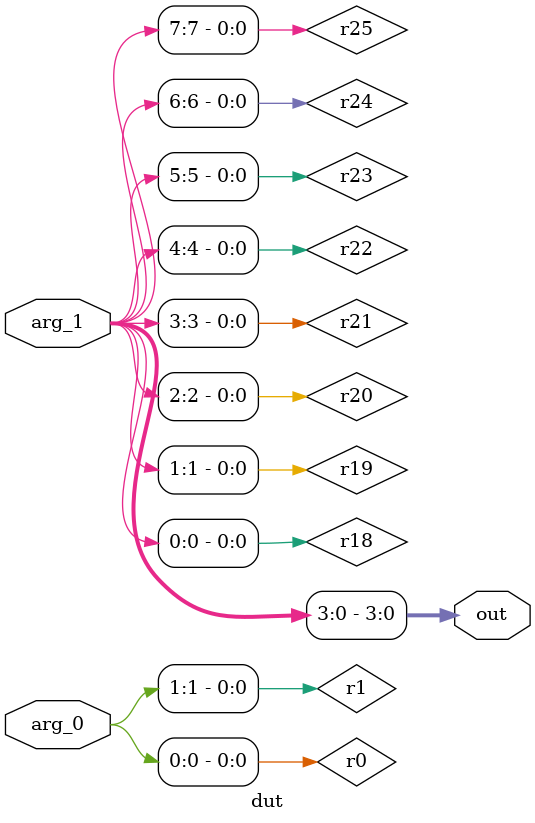
<source format=v>
    module testbench();
        reg [1:0] clock_reset;
        reg [7:0] i;
        wire [3:0] o;
        reg [3:0] rust_out;
        dut t (.arg_0(clock_reset),.arg_1(i),.out(o));
        initial begin
            #0;
            clock_reset = 2'b10;
            i = 8'b00000000;
            rust_out = 4'b0000;
            #1;
            if (o !== rust_out) begin
                $display("ASSERTION FAILED 0x%0h !== 0x%0h CASE Test 1 at time 0", o, rust_out);
                $finish;
            end
            #49;
            clock_reset = 2'b11;
            i = 8'b00000000;
            rust_out = 4'b0000;
            #1;
            clock_reset = 2'b11;
            i = 8'b00000000;
            rust_out = 4'b0000;
            #1;
            if (o !== rust_out) begin
                $display("ASSERTION FAILED 0x%0h !== 0x%0h CASE Test 3 at time 51", o, rust_out);
                $finish;
            end
            #48;
            clock_reset = 2'b10;
            i = 8'b00000000;
            rust_out = 4'b0000;
            #1;
            if (o !== rust_out) begin
                $display("ASSERTION FAILED 0x%0h !== 0x%0h CASE Test 4 at time 100", o, rust_out);
                $finish;
            end
            #49;
            clock_reset = 2'b11;
            i = 8'b00000000;
            rust_out = 4'b0000;
            #1;
            clock_reset = 2'b11;
            i = 8'b00000000;
            rust_out = 4'b0000;
            #1;
            if (o !== rust_out) begin
                $display("ASSERTION FAILED 0x%0h !== 0x%0h CASE Test 6 at time 151", o, rust_out);
                $finish;
            end
            #48;
            clock_reset = 2'b10;
            i = 8'b00000000;
            rust_out = 4'b0000;
            #1;
            if (o !== rust_out) begin
                $display("ASSERTION FAILED 0x%0h !== 0x%0h CASE Test 7 at time 200", o, rust_out);
                $finish;
            end
            #49;
            clock_reset = 2'b11;
            i = 8'b00000000;
            rust_out = 4'b0000;
            #1;
            clock_reset = 2'b11;
            i = 8'b00000000;
            rust_out = 4'b0000;
            #1;
            if (o !== rust_out) begin
                $display("ASSERTION FAILED 0x%0h !== 0x%0h CASE Test 9 at time 251", o, rust_out);
                $finish;
            end
            #48;
            clock_reset = 2'b10;
            i = 8'b00000000;
            rust_out = 4'b0000;
            #1;
            if (o !== rust_out) begin
                $display("ASSERTION FAILED 0x%0h !== 0x%0h CASE Test 10 at time 300", o, rust_out);
                $finish;
            end
            #49;
            clock_reset = 2'b11;
            i = 8'b00000000;
            rust_out = 4'b0000;
            #1;
            clock_reset = 2'b01;
            i = 8'b00000000;
            rust_out = 4'b0000;
            #1;
            if (o !== rust_out) begin
                $display("ASSERTION FAILED 0x%0h !== 0x%0h CASE Test 12 at time 351", o, rust_out);
                $finish;
            end
            #48;
            clock_reset = 2'b00;
            i = 8'b00000000;
            rust_out = 4'b0000;
            #1;
            if (o !== rust_out) begin
                $display("ASSERTION FAILED 0x%0h !== 0x%0h CASE Test 13 at time 400", o, rust_out);
                $finish;
            end
            #49;
            clock_reset = 2'b01;
            i = 8'b00000000;
            rust_out = 4'b0000;
            #1;
            clock_reset = 2'b01;
            i = 8'b00010000;
            rust_out = 4'b0000;
            #1;
            if (o !== rust_out) begin
                $display("ASSERTION FAILED 0x%0h !== 0x%0h CASE Test 15 at time 451", o, rust_out);
                $finish;
            end
            #48;
            clock_reset = 2'b00;
            i = 8'b00010000;
            rust_out = 4'b0000;
            #1;
            if (o !== rust_out) begin
                $display("ASSERTION FAILED 0x%0h !== 0x%0h CASE Test 16 at time 500", o, rust_out);
                $finish;
            end
            #49;
            clock_reset = 2'b01;
            i = 8'b00010000;
            rust_out = 4'b0000;
            #1;
            clock_reset = 2'b01;
            i = 8'b00100000;
            rust_out = 4'b0000;
            #1;
            if (o !== rust_out) begin
                $display("ASSERTION FAILED 0x%0h !== 0x%0h CASE Test 18 at time 551", o, rust_out);
                $finish;
            end
            #48;
            clock_reset = 2'b00;
            i = 8'b00100000;
            rust_out = 4'b0000;
            #1;
            if (o !== rust_out) begin
                $display("ASSERTION FAILED 0x%0h !== 0x%0h CASE Test 19 at time 600", o, rust_out);
                $finish;
            end
            #49;
            clock_reset = 2'b01;
            i = 8'b00100000;
            rust_out = 4'b0000;
            #1;
            clock_reset = 2'b01;
            i = 8'b00110000;
            rust_out = 4'b0000;
            #1;
            if (o !== rust_out) begin
                $display("ASSERTION FAILED 0x%0h !== 0x%0h CASE Test 21 at time 651", o, rust_out);
                $finish;
            end
            #48;
            clock_reset = 2'b00;
            i = 8'b00110000;
            rust_out = 4'b0000;
            #1;
            if (o !== rust_out) begin
                $display("ASSERTION FAILED 0x%0h !== 0x%0h CASE Test 22 at time 700", o, rust_out);
                $finish;
            end
            #49;
            clock_reset = 2'b01;
            i = 8'b00110000;
            rust_out = 4'b0000;
            #1;
            clock_reset = 2'b01;
            i = 8'b01000000;
            rust_out = 4'b0000;
            #1;
            if (o !== rust_out) begin
                $display("ASSERTION FAILED 0x%0h !== 0x%0h CASE Test 24 at time 751", o, rust_out);
                $finish;
            end
            #48;
            clock_reset = 2'b00;
            i = 8'b01000000;
            rust_out = 4'b0000;
            #1;
            if (o !== rust_out) begin
                $display("ASSERTION FAILED 0x%0h !== 0x%0h CASE Test 25 at time 800", o, rust_out);
                $finish;
            end
            #49;
            clock_reset = 2'b01;
            i = 8'b01000000;
            rust_out = 4'b0000;
            #1;
            clock_reset = 2'b01;
            i = 8'b01010000;
            rust_out = 4'b0000;
            #1;
            if (o !== rust_out) begin
                $display("ASSERTION FAILED 0x%0h !== 0x%0h CASE Test 27 at time 851", o, rust_out);
                $finish;
            end
            #48;
            clock_reset = 2'b00;
            i = 8'b01010000;
            rust_out = 4'b0000;
            #1;
            if (o !== rust_out) begin
                $display("ASSERTION FAILED 0x%0h !== 0x%0h CASE Test 28 at time 900", o, rust_out);
                $finish;
            end
            #49;
            clock_reset = 2'b01;
            i = 8'b01010000;
            rust_out = 4'b0000;
            #1;
            clock_reset = 2'b01;
            i = 8'b01100000;
            rust_out = 4'b0000;
            #1;
            if (o !== rust_out) begin
                $display("ASSERTION FAILED 0x%0h !== 0x%0h CASE Test 30 at time 951", o, rust_out);
                $finish;
            end
            #48;
            clock_reset = 2'b00;
            i = 8'b01100000;
            rust_out = 4'b0000;
            #1;
            if (o !== rust_out) begin
                $display("ASSERTION FAILED 0x%0h !== 0x%0h CASE Test 31 at time 1000", o, rust_out);
                $finish;
            end
            #49;
            clock_reset = 2'b01;
            i = 8'b01100000;
            rust_out = 4'b0000;
            #1;
            clock_reset = 2'b01;
            i = 8'b01110000;
            rust_out = 4'b0000;
            #1;
            if (o !== rust_out) begin
                $display("ASSERTION FAILED 0x%0h !== 0x%0h CASE Test 33 at time 1051", o, rust_out);
                $finish;
            end
            #48;
            clock_reset = 2'b00;
            i = 8'b01110000;
            rust_out = 4'b0000;
            #1;
            if (o !== rust_out) begin
                $display("ASSERTION FAILED 0x%0h !== 0x%0h CASE Test 34 at time 1100", o, rust_out);
                $finish;
            end
            #49;
            clock_reset = 2'b01;
            i = 8'b01110000;
            rust_out = 4'b0000;
            #1;
            clock_reset = 2'b01;
            i = 8'b10000000;
            rust_out = 4'b0000;
            #1;
            if (o !== rust_out) begin
                $display("ASSERTION FAILED 0x%0h !== 0x%0h CASE Test 36 at time 1151", o, rust_out);
                $finish;
            end
            #48;
            clock_reset = 2'b00;
            i = 8'b10000000;
            rust_out = 4'b0000;
            #1;
            if (o !== rust_out) begin
                $display("ASSERTION FAILED 0x%0h !== 0x%0h CASE Test 37 at time 1200", o, rust_out);
                $finish;
            end
            #49;
            clock_reset = 2'b01;
            i = 8'b10000000;
            rust_out = 4'b0000;
            #1;
            clock_reset = 2'b01;
            i = 8'b10010000;
            rust_out = 4'b0000;
            #1;
            if (o !== rust_out) begin
                $display("ASSERTION FAILED 0x%0h !== 0x%0h CASE Test 39 at time 1251", o, rust_out);
                $finish;
            end
            #48;
            clock_reset = 2'b00;
            i = 8'b10010000;
            rust_out = 4'b0000;
            #1;
            if (o !== rust_out) begin
                $display("ASSERTION FAILED 0x%0h !== 0x%0h CASE Test 40 at time 1300", o, rust_out);
                $finish;
            end
            #49;
            clock_reset = 2'b01;
            i = 8'b10010000;
            rust_out = 4'b0000;
            #1;
            clock_reset = 2'b01;
            i = 8'b10100000;
            rust_out = 4'b0000;
            #1;
            if (o !== rust_out) begin
                $display("ASSERTION FAILED 0x%0h !== 0x%0h CASE Test 42 at time 1351", o, rust_out);
                $finish;
            end
            #48;
            clock_reset = 2'b00;
            i = 8'b10100000;
            rust_out = 4'b0000;
            #1;
            if (o !== rust_out) begin
                $display("ASSERTION FAILED 0x%0h !== 0x%0h CASE Test 43 at time 1400", o, rust_out);
                $finish;
            end
            #49;
            clock_reset = 2'b01;
            i = 8'b10100000;
            rust_out = 4'b0000;
            #1;
            clock_reset = 2'b01;
            i = 8'b10110000;
            rust_out = 4'b0000;
            #1;
            if (o !== rust_out) begin
                $display("ASSERTION FAILED 0x%0h !== 0x%0h CASE Test 45 at time 1451", o, rust_out);
                $finish;
            end
            #48;
            clock_reset = 2'b00;
            i = 8'b10110000;
            rust_out = 4'b0000;
            #1;
            if (o !== rust_out) begin
                $display("ASSERTION FAILED 0x%0h !== 0x%0h CASE Test 46 at time 1500", o, rust_out);
                $finish;
            end
            #49;
            clock_reset = 2'b01;
            i = 8'b10110000;
            rust_out = 4'b0000;
            #1;
            clock_reset = 2'b01;
            i = 8'b11000000;
            rust_out = 4'b0000;
            #1;
            if (o !== rust_out) begin
                $display("ASSERTION FAILED 0x%0h !== 0x%0h CASE Test 48 at time 1551", o, rust_out);
                $finish;
            end
            #48;
            clock_reset = 2'b00;
            i = 8'b11000000;
            rust_out = 4'b0000;
            #1;
            if (o !== rust_out) begin
                $display("ASSERTION FAILED 0x%0h !== 0x%0h CASE Test 49 at time 1600", o, rust_out);
                $finish;
            end
            #49;
            clock_reset = 2'b01;
            i = 8'b11000000;
            rust_out = 4'b0000;
            #1;
            clock_reset = 2'b01;
            i = 8'b11010000;
            rust_out = 4'b0000;
            #1;
            if (o !== rust_out) begin
                $display("ASSERTION FAILED 0x%0h !== 0x%0h CASE Test 51 at time 1651", o, rust_out);
                $finish;
            end
            #48;
            clock_reset = 2'b00;
            i = 8'b11010000;
            rust_out = 4'b0000;
            #1;
            if (o !== rust_out) begin
                $display("ASSERTION FAILED 0x%0h !== 0x%0h CASE Test 52 at time 1700", o, rust_out);
                $finish;
            end
            #49;
            clock_reset = 2'b01;
            i = 8'b11010000;
            rust_out = 4'b0000;
            #1;
            clock_reset = 2'b01;
            i = 8'b11100000;
            rust_out = 4'b0000;
            #1;
            if (o !== rust_out) begin
                $display("ASSERTION FAILED 0x%0h !== 0x%0h CASE Test 54 at time 1751", o, rust_out);
                $finish;
            end
            #48;
            clock_reset = 2'b00;
            i = 8'b11100000;
            rust_out = 4'b0000;
            #1;
            if (o !== rust_out) begin
                $display("ASSERTION FAILED 0x%0h !== 0x%0h CASE Test 55 at time 1800", o, rust_out);
                $finish;
            end
            #49;
            clock_reset = 2'b01;
            i = 8'b11100000;
            rust_out = 4'b0000;
            #1;
            clock_reset = 2'b01;
            i = 8'b11110000;
            rust_out = 4'b0000;
            #1;
            if (o !== rust_out) begin
                $display("ASSERTION FAILED 0x%0h !== 0x%0h CASE Test 57 at time 1851", o, rust_out);
                $finish;
            end
            #48;
            clock_reset = 2'b00;
            i = 8'b11110000;
            rust_out = 4'b0000;
            #1;
            if (o !== rust_out) begin
                $display("ASSERTION FAILED 0x%0h !== 0x%0h CASE Test 58 at time 1900", o, rust_out);
                $finish;
            end
            #49;
            clock_reset = 2'b01;
            i = 8'b11110000;
            rust_out = 4'b0000;
            #1;
            clock_reset = 2'b01;
            i = 8'b00000001;
            rust_out = 4'b0001;
            #1;
            if (o !== rust_out) begin
                $display("ASSERTION FAILED 0x%0h !== 0x%0h CASE Test 60 at time 1951", o, rust_out);
                $finish;
            end
            #48;
            clock_reset = 2'b00;
            i = 8'b00000001;
            rust_out = 4'b0001;
            #1;
            if (o !== rust_out) begin
                $display("ASSERTION FAILED 0x%0h !== 0x%0h CASE Test 61 at time 2000", o, rust_out);
                $finish;
            end
            #49;
            clock_reset = 2'b01;
            i = 8'b00000001;
            rust_out = 4'b0001;
            #1;
            clock_reset = 2'b01;
            i = 8'b00010001;
            rust_out = 4'b0001;
            #1;
            if (o !== rust_out) begin
                $display("ASSERTION FAILED 0x%0h !== 0x%0h CASE Test 63 at time 2051", o, rust_out);
                $finish;
            end
            #48;
            clock_reset = 2'b00;
            i = 8'b00010001;
            rust_out = 4'b0001;
            #1;
            if (o !== rust_out) begin
                $display("ASSERTION FAILED 0x%0h !== 0x%0h CASE Test 64 at time 2100", o, rust_out);
                $finish;
            end
            #49;
            clock_reset = 2'b01;
            i = 8'b00010001;
            rust_out = 4'b0001;
            #1;
            clock_reset = 2'b01;
            i = 8'b00100001;
            rust_out = 4'b0001;
            #1;
            if (o !== rust_out) begin
                $display("ASSERTION FAILED 0x%0h !== 0x%0h CASE Test 66 at time 2151", o, rust_out);
                $finish;
            end
            #48;
            clock_reset = 2'b00;
            i = 8'b00100001;
            rust_out = 4'b0001;
            #1;
            if (o !== rust_out) begin
                $display("ASSERTION FAILED 0x%0h !== 0x%0h CASE Test 67 at time 2200", o, rust_out);
                $finish;
            end
            #49;
            clock_reset = 2'b01;
            i = 8'b00100001;
            rust_out = 4'b0001;
            #1;
            clock_reset = 2'b01;
            i = 8'b00110001;
            rust_out = 4'b0001;
            #1;
            if (o !== rust_out) begin
                $display("ASSERTION FAILED 0x%0h !== 0x%0h CASE Test 69 at time 2251", o, rust_out);
                $finish;
            end
            #48;
            clock_reset = 2'b00;
            i = 8'b00110001;
            rust_out = 4'b0001;
            #1;
            if (o !== rust_out) begin
                $display("ASSERTION FAILED 0x%0h !== 0x%0h CASE Test 70 at time 2300", o, rust_out);
                $finish;
            end
            #49;
            clock_reset = 2'b01;
            i = 8'b00110001;
            rust_out = 4'b0001;
            #1;
            clock_reset = 2'b01;
            i = 8'b01000001;
            rust_out = 4'b0001;
            #1;
            if (o !== rust_out) begin
                $display("ASSERTION FAILED 0x%0h !== 0x%0h CASE Test 72 at time 2351", o, rust_out);
                $finish;
            end
            #48;
            clock_reset = 2'b00;
            i = 8'b01000001;
            rust_out = 4'b0001;
            #1;
            if (o !== rust_out) begin
                $display("ASSERTION FAILED 0x%0h !== 0x%0h CASE Test 73 at time 2400", o, rust_out);
                $finish;
            end
            #49;
            clock_reset = 2'b01;
            i = 8'b01000001;
            rust_out = 4'b0001;
            #1;
            clock_reset = 2'b01;
            i = 8'b01010001;
            rust_out = 4'b0001;
            #1;
            if (o !== rust_out) begin
                $display("ASSERTION FAILED 0x%0h !== 0x%0h CASE Test 75 at time 2451", o, rust_out);
                $finish;
            end
            #48;
            clock_reset = 2'b00;
            i = 8'b01010001;
            rust_out = 4'b0001;
            #1;
            if (o !== rust_out) begin
                $display("ASSERTION FAILED 0x%0h !== 0x%0h CASE Test 76 at time 2500", o, rust_out);
                $finish;
            end
            #49;
            clock_reset = 2'b01;
            i = 8'b01010001;
            rust_out = 4'b0001;
            #1;
            clock_reset = 2'b01;
            i = 8'b01100001;
            rust_out = 4'b0001;
            #1;
            if (o !== rust_out) begin
                $display("ASSERTION FAILED 0x%0h !== 0x%0h CASE Test 78 at time 2551", o, rust_out);
                $finish;
            end
            #48;
            clock_reset = 2'b00;
            i = 8'b01100001;
            rust_out = 4'b0001;
            #1;
            if (o !== rust_out) begin
                $display("ASSERTION FAILED 0x%0h !== 0x%0h CASE Test 79 at time 2600", o, rust_out);
                $finish;
            end
            #49;
            clock_reset = 2'b01;
            i = 8'b01100001;
            rust_out = 4'b0001;
            #1;
            clock_reset = 2'b01;
            i = 8'b01110001;
            rust_out = 4'b0001;
            #1;
            if (o !== rust_out) begin
                $display("ASSERTION FAILED 0x%0h !== 0x%0h CASE Test 81 at time 2651", o, rust_out);
                $finish;
            end
            #48;
            clock_reset = 2'b00;
            i = 8'b01110001;
            rust_out = 4'b0001;
            #1;
            if (o !== rust_out) begin
                $display("ASSERTION FAILED 0x%0h !== 0x%0h CASE Test 82 at time 2700", o, rust_out);
                $finish;
            end
            #49;
            clock_reset = 2'b01;
            i = 8'b01110001;
            rust_out = 4'b0001;
            #1;
            clock_reset = 2'b01;
            i = 8'b10000001;
            rust_out = 4'b0001;
            #1;
            if (o !== rust_out) begin
                $display("ASSERTION FAILED 0x%0h !== 0x%0h CASE Test 84 at time 2751", o, rust_out);
                $finish;
            end
            #48;
            clock_reset = 2'b00;
            i = 8'b10000001;
            rust_out = 4'b0001;
            #1;
            if (o !== rust_out) begin
                $display("ASSERTION FAILED 0x%0h !== 0x%0h CASE Test 85 at time 2800", o, rust_out);
                $finish;
            end
            #49;
            clock_reset = 2'b01;
            i = 8'b10000001;
            rust_out = 4'b0001;
            #1;
            clock_reset = 2'b01;
            i = 8'b10010001;
            rust_out = 4'b0001;
            #1;
            if (o !== rust_out) begin
                $display("ASSERTION FAILED 0x%0h !== 0x%0h CASE Test 87 at time 2851", o, rust_out);
                $finish;
            end
            #48;
            clock_reset = 2'b00;
            i = 8'b10010001;
            rust_out = 4'b0001;
            #1;
            if (o !== rust_out) begin
                $display("ASSERTION FAILED 0x%0h !== 0x%0h CASE Test 88 at time 2900", o, rust_out);
                $finish;
            end
            #49;
            clock_reset = 2'b01;
            i = 8'b10010001;
            rust_out = 4'b0001;
            #1;
            clock_reset = 2'b01;
            i = 8'b10100001;
            rust_out = 4'b0001;
            #1;
            if (o !== rust_out) begin
                $display("ASSERTION FAILED 0x%0h !== 0x%0h CASE Test 90 at time 2951", o, rust_out);
                $finish;
            end
            #48;
            clock_reset = 2'b00;
            i = 8'b10100001;
            rust_out = 4'b0001;
            #1;
            if (o !== rust_out) begin
                $display("ASSERTION FAILED 0x%0h !== 0x%0h CASE Test 91 at time 3000", o, rust_out);
                $finish;
            end
            #49;
            clock_reset = 2'b01;
            i = 8'b10100001;
            rust_out = 4'b0001;
            #1;
            clock_reset = 2'b01;
            i = 8'b10110001;
            rust_out = 4'b0001;
            #1;
            if (o !== rust_out) begin
                $display("ASSERTION FAILED 0x%0h !== 0x%0h CASE Test 93 at time 3051", o, rust_out);
                $finish;
            end
            #48;
            clock_reset = 2'b00;
            i = 8'b10110001;
            rust_out = 4'b0001;
            #1;
            if (o !== rust_out) begin
                $display("ASSERTION FAILED 0x%0h !== 0x%0h CASE Test 94 at time 3100", o, rust_out);
                $finish;
            end
            #49;
            clock_reset = 2'b01;
            i = 8'b10110001;
            rust_out = 4'b0001;
            #1;
            clock_reset = 2'b01;
            i = 8'b11000001;
            rust_out = 4'b0001;
            #1;
            if (o !== rust_out) begin
                $display("ASSERTION FAILED 0x%0h !== 0x%0h CASE Test 96 at time 3151", o, rust_out);
                $finish;
            end
            #48;
            clock_reset = 2'b00;
            i = 8'b11000001;
            rust_out = 4'b0001;
            #1;
            if (o !== rust_out) begin
                $display("ASSERTION FAILED 0x%0h !== 0x%0h CASE Test 97 at time 3200", o, rust_out);
                $finish;
            end
            #49;
            clock_reset = 2'b01;
            i = 8'b11000001;
            rust_out = 4'b0001;
            #1;
            clock_reset = 2'b01;
            i = 8'b11010001;
            rust_out = 4'b0001;
            #1;
            if (o !== rust_out) begin
                $display("ASSERTION FAILED 0x%0h !== 0x%0h CASE Test 99 at time 3251", o, rust_out);
                $finish;
            end
            #48;
            clock_reset = 2'b00;
            i = 8'b11010001;
            rust_out = 4'b0001;
            #1;
            if (o !== rust_out) begin
                $display("ASSERTION FAILED 0x%0h !== 0x%0h CASE Test 100 at time 3300", o, rust_out);
                $finish;
            end
            #49;
            clock_reset = 2'b01;
            i = 8'b11010001;
            rust_out = 4'b0001;
            #1;
            clock_reset = 2'b01;
            i = 8'b11100001;
            rust_out = 4'b0001;
            #1;
            if (o !== rust_out) begin
                $display("ASSERTION FAILED 0x%0h !== 0x%0h CASE Test 102 at time 3351", o, rust_out);
                $finish;
            end
            #48;
            clock_reset = 2'b00;
            i = 8'b11100001;
            rust_out = 4'b0001;
            #1;
            if (o !== rust_out) begin
                $display("ASSERTION FAILED 0x%0h !== 0x%0h CASE Test 103 at time 3400", o, rust_out);
                $finish;
            end
            #49;
            clock_reset = 2'b01;
            i = 8'b11100001;
            rust_out = 4'b0001;
            #1;
            clock_reset = 2'b01;
            i = 8'b11110001;
            rust_out = 4'b0001;
            #1;
            if (o !== rust_out) begin
                $display("ASSERTION FAILED 0x%0h !== 0x%0h CASE Test 105 at time 3451", o, rust_out);
                $finish;
            end
            #48;
            clock_reset = 2'b00;
            i = 8'b11110001;
            rust_out = 4'b0001;
            #1;
            if (o !== rust_out) begin
                $display("ASSERTION FAILED 0x%0h !== 0x%0h CASE Test 106 at time 3500", o, rust_out);
                $finish;
            end
            #49;
            clock_reset = 2'b01;
            i = 8'b11110001;
            rust_out = 4'b0001;
            #1;
            clock_reset = 2'b01;
            i = 8'b00000010;
            rust_out = 4'b0010;
            #1;
            if (o !== rust_out) begin
                $display("ASSERTION FAILED 0x%0h !== 0x%0h CASE Test 108 at time 3551", o, rust_out);
                $finish;
            end
            #48;
            clock_reset = 2'b00;
            i = 8'b00000010;
            rust_out = 4'b0010;
            #1;
            if (o !== rust_out) begin
                $display("ASSERTION FAILED 0x%0h !== 0x%0h CASE Test 109 at time 3600", o, rust_out);
                $finish;
            end
            #49;
            clock_reset = 2'b01;
            i = 8'b00000010;
            rust_out = 4'b0010;
            #1;
            clock_reset = 2'b01;
            i = 8'b00010010;
            rust_out = 4'b0010;
            #1;
            if (o !== rust_out) begin
                $display("ASSERTION FAILED 0x%0h !== 0x%0h CASE Test 111 at time 3651", o, rust_out);
                $finish;
            end
            #48;
            clock_reset = 2'b00;
            i = 8'b00010010;
            rust_out = 4'b0010;
            #1;
            if (o !== rust_out) begin
                $display("ASSERTION FAILED 0x%0h !== 0x%0h CASE Test 112 at time 3700", o, rust_out);
                $finish;
            end
            #49;
            clock_reset = 2'b01;
            i = 8'b00010010;
            rust_out = 4'b0010;
            #1;
            clock_reset = 2'b01;
            i = 8'b00100010;
            rust_out = 4'b0010;
            #1;
            if (o !== rust_out) begin
                $display("ASSERTION FAILED 0x%0h !== 0x%0h CASE Test 114 at time 3751", o, rust_out);
                $finish;
            end
            #48;
            clock_reset = 2'b00;
            i = 8'b00100010;
            rust_out = 4'b0010;
            #1;
            if (o !== rust_out) begin
                $display("ASSERTION FAILED 0x%0h !== 0x%0h CASE Test 115 at time 3800", o, rust_out);
                $finish;
            end
            #49;
            clock_reset = 2'b01;
            i = 8'b00100010;
            rust_out = 4'b0010;
            #1;
            clock_reset = 2'b01;
            i = 8'b00110010;
            rust_out = 4'b0010;
            #1;
            if (o !== rust_out) begin
                $display("ASSERTION FAILED 0x%0h !== 0x%0h CASE Test 117 at time 3851", o, rust_out);
                $finish;
            end
            #48;
            clock_reset = 2'b00;
            i = 8'b00110010;
            rust_out = 4'b0010;
            #1;
            if (o !== rust_out) begin
                $display("ASSERTION FAILED 0x%0h !== 0x%0h CASE Test 118 at time 3900", o, rust_out);
                $finish;
            end
            #49;
            clock_reset = 2'b01;
            i = 8'b00110010;
            rust_out = 4'b0010;
            #1;
            clock_reset = 2'b01;
            i = 8'b01000010;
            rust_out = 4'b0010;
            #1;
            if (o !== rust_out) begin
                $display("ASSERTION FAILED 0x%0h !== 0x%0h CASE Test 120 at time 3951", o, rust_out);
                $finish;
            end
            #48;
            clock_reset = 2'b00;
            i = 8'b01000010;
            rust_out = 4'b0010;
            #1;
            if (o !== rust_out) begin
                $display("ASSERTION FAILED 0x%0h !== 0x%0h CASE Test 121 at time 4000", o, rust_out);
                $finish;
            end
            #49;
            clock_reset = 2'b01;
            i = 8'b01000010;
            rust_out = 4'b0010;
            #1;
            clock_reset = 2'b01;
            i = 8'b01010010;
            rust_out = 4'b0010;
            #1;
            if (o !== rust_out) begin
                $display("ASSERTION FAILED 0x%0h !== 0x%0h CASE Test 123 at time 4051", o, rust_out);
                $finish;
            end
            #48;
            clock_reset = 2'b00;
            i = 8'b01010010;
            rust_out = 4'b0010;
            #1;
            if (o !== rust_out) begin
                $display("ASSERTION FAILED 0x%0h !== 0x%0h CASE Test 124 at time 4100", o, rust_out);
                $finish;
            end
            #49;
            clock_reset = 2'b01;
            i = 8'b01010010;
            rust_out = 4'b0010;
            #1;
            clock_reset = 2'b01;
            i = 8'b01100010;
            rust_out = 4'b0010;
            #1;
            if (o !== rust_out) begin
                $display("ASSERTION FAILED 0x%0h !== 0x%0h CASE Test 126 at time 4151", o, rust_out);
                $finish;
            end
            #48;
            clock_reset = 2'b00;
            i = 8'b01100010;
            rust_out = 4'b0010;
            #1;
            if (o !== rust_out) begin
                $display("ASSERTION FAILED 0x%0h !== 0x%0h CASE Test 127 at time 4200", o, rust_out);
                $finish;
            end
            #49;
            clock_reset = 2'b01;
            i = 8'b01100010;
            rust_out = 4'b0010;
            #1;
            clock_reset = 2'b01;
            i = 8'b01110010;
            rust_out = 4'b0010;
            #1;
            if (o !== rust_out) begin
                $display("ASSERTION FAILED 0x%0h !== 0x%0h CASE Test 129 at time 4251", o, rust_out);
                $finish;
            end
            #48;
            clock_reset = 2'b00;
            i = 8'b01110010;
            rust_out = 4'b0010;
            #1;
            if (o !== rust_out) begin
                $display("ASSERTION FAILED 0x%0h !== 0x%0h CASE Test 130 at time 4300", o, rust_out);
                $finish;
            end
            #49;
            clock_reset = 2'b01;
            i = 8'b01110010;
            rust_out = 4'b0010;
            #1;
            clock_reset = 2'b01;
            i = 8'b10000010;
            rust_out = 4'b0010;
            #1;
            if (o !== rust_out) begin
                $display("ASSERTION FAILED 0x%0h !== 0x%0h CASE Test 132 at time 4351", o, rust_out);
                $finish;
            end
            #48;
            clock_reset = 2'b00;
            i = 8'b10000010;
            rust_out = 4'b0010;
            #1;
            if (o !== rust_out) begin
                $display("ASSERTION FAILED 0x%0h !== 0x%0h CASE Test 133 at time 4400", o, rust_out);
                $finish;
            end
            #49;
            clock_reset = 2'b01;
            i = 8'b10000010;
            rust_out = 4'b0010;
            #1;
            clock_reset = 2'b01;
            i = 8'b10010010;
            rust_out = 4'b0010;
            #1;
            if (o !== rust_out) begin
                $display("ASSERTION FAILED 0x%0h !== 0x%0h CASE Test 135 at time 4451", o, rust_out);
                $finish;
            end
            #48;
            clock_reset = 2'b00;
            i = 8'b10010010;
            rust_out = 4'b0010;
            #1;
            if (o !== rust_out) begin
                $display("ASSERTION FAILED 0x%0h !== 0x%0h CASE Test 136 at time 4500", o, rust_out);
                $finish;
            end
            #49;
            clock_reset = 2'b01;
            i = 8'b10010010;
            rust_out = 4'b0010;
            #1;
            clock_reset = 2'b01;
            i = 8'b10100010;
            rust_out = 4'b0010;
            #1;
            if (o !== rust_out) begin
                $display("ASSERTION FAILED 0x%0h !== 0x%0h CASE Test 138 at time 4551", o, rust_out);
                $finish;
            end
            #48;
            clock_reset = 2'b00;
            i = 8'b10100010;
            rust_out = 4'b0010;
            #1;
            if (o !== rust_out) begin
                $display("ASSERTION FAILED 0x%0h !== 0x%0h CASE Test 139 at time 4600", o, rust_out);
                $finish;
            end
            #49;
            clock_reset = 2'b01;
            i = 8'b10100010;
            rust_out = 4'b0010;
            #1;
            clock_reset = 2'b01;
            i = 8'b10110010;
            rust_out = 4'b0010;
            #1;
            if (o !== rust_out) begin
                $display("ASSERTION FAILED 0x%0h !== 0x%0h CASE Test 141 at time 4651", o, rust_out);
                $finish;
            end
            #48;
            clock_reset = 2'b00;
            i = 8'b10110010;
            rust_out = 4'b0010;
            #1;
            if (o !== rust_out) begin
                $display("ASSERTION FAILED 0x%0h !== 0x%0h CASE Test 142 at time 4700", o, rust_out);
                $finish;
            end
            #49;
            clock_reset = 2'b01;
            i = 8'b10110010;
            rust_out = 4'b0010;
            #1;
            clock_reset = 2'b01;
            i = 8'b11000010;
            rust_out = 4'b0010;
            #1;
            if (o !== rust_out) begin
                $display("ASSERTION FAILED 0x%0h !== 0x%0h CASE Test 144 at time 4751", o, rust_out);
                $finish;
            end
            #48;
            clock_reset = 2'b00;
            i = 8'b11000010;
            rust_out = 4'b0010;
            #1;
            if (o !== rust_out) begin
                $display("ASSERTION FAILED 0x%0h !== 0x%0h CASE Test 145 at time 4800", o, rust_out);
                $finish;
            end
            #49;
            clock_reset = 2'b01;
            i = 8'b11000010;
            rust_out = 4'b0010;
            #1;
            clock_reset = 2'b01;
            i = 8'b11010010;
            rust_out = 4'b0010;
            #1;
            if (o !== rust_out) begin
                $display("ASSERTION FAILED 0x%0h !== 0x%0h CASE Test 147 at time 4851", o, rust_out);
                $finish;
            end
            #48;
            clock_reset = 2'b00;
            i = 8'b11010010;
            rust_out = 4'b0010;
            #1;
            if (o !== rust_out) begin
                $display("ASSERTION FAILED 0x%0h !== 0x%0h CASE Test 148 at time 4900", o, rust_out);
                $finish;
            end
            #49;
            clock_reset = 2'b01;
            i = 8'b11010010;
            rust_out = 4'b0010;
            #1;
            clock_reset = 2'b01;
            i = 8'b11100010;
            rust_out = 4'b0010;
            #1;
            if (o !== rust_out) begin
                $display("ASSERTION FAILED 0x%0h !== 0x%0h CASE Test 150 at time 4951", o, rust_out);
                $finish;
            end
            #48;
            clock_reset = 2'b00;
            i = 8'b11100010;
            rust_out = 4'b0010;
            #1;
            if (o !== rust_out) begin
                $display("ASSERTION FAILED 0x%0h !== 0x%0h CASE Test 151 at time 5000", o, rust_out);
                $finish;
            end
            #49;
            clock_reset = 2'b01;
            i = 8'b11100010;
            rust_out = 4'b0010;
            #1;
            clock_reset = 2'b01;
            i = 8'b11110010;
            rust_out = 4'b0010;
            #1;
            if (o !== rust_out) begin
                $display("ASSERTION FAILED 0x%0h !== 0x%0h CASE Test 153 at time 5051", o, rust_out);
                $finish;
            end
            #48;
            clock_reset = 2'b00;
            i = 8'b11110010;
            rust_out = 4'b0010;
            #1;
            if (o !== rust_out) begin
                $display("ASSERTION FAILED 0x%0h !== 0x%0h CASE Test 154 at time 5100", o, rust_out);
                $finish;
            end
            #49;
            clock_reset = 2'b01;
            i = 8'b11110010;
            rust_out = 4'b0010;
            #1;
            clock_reset = 2'b01;
            i = 8'b00000011;
            rust_out = 4'b0011;
            #1;
            if (o !== rust_out) begin
                $display("ASSERTION FAILED 0x%0h !== 0x%0h CASE Test 156 at time 5151", o, rust_out);
                $finish;
            end
            #48;
            clock_reset = 2'b00;
            i = 8'b00000011;
            rust_out = 4'b0011;
            #1;
            if (o !== rust_out) begin
                $display("ASSERTION FAILED 0x%0h !== 0x%0h CASE Test 157 at time 5200", o, rust_out);
                $finish;
            end
            #49;
            clock_reset = 2'b01;
            i = 8'b00000011;
            rust_out = 4'b0011;
            #1;
            clock_reset = 2'b01;
            i = 8'b00010011;
            rust_out = 4'b0011;
            #1;
            if (o !== rust_out) begin
                $display("ASSERTION FAILED 0x%0h !== 0x%0h CASE Test 159 at time 5251", o, rust_out);
                $finish;
            end
            #48;
            clock_reset = 2'b00;
            i = 8'b00010011;
            rust_out = 4'b0011;
            #1;
            if (o !== rust_out) begin
                $display("ASSERTION FAILED 0x%0h !== 0x%0h CASE Test 160 at time 5300", o, rust_out);
                $finish;
            end
            #49;
            clock_reset = 2'b01;
            i = 8'b00010011;
            rust_out = 4'b0011;
            #1;
            clock_reset = 2'b01;
            i = 8'b00100011;
            rust_out = 4'b0011;
            #1;
            if (o !== rust_out) begin
                $display("ASSERTION FAILED 0x%0h !== 0x%0h CASE Test 162 at time 5351", o, rust_out);
                $finish;
            end
            #48;
            clock_reset = 2'b00;
            i = 8'b00100011;
            rust_out = 4'b0011;
            #1;
            if (o !== rust_out) begin
                $display("ASSERTION FAILED 0x%0h !== 0x%0h CASE Test 163 at time 5400", o, rust_out);
                $finish;
            end
            #49;
            clock_reset = 2'b01;
            i = 8'b00100011;
            rust_out = 4'b0011;
            #1;
            clock_reset = 2'b01;
            i = 8'b00110011;
            rust_out = 4'b0011;
            #1;
            if (o !== rust_out) begin
                $display("ASSERTION FAILED 0x%0h !== 0x%0h CASE Test 165 at time 5451", o, rust_out);
                $finish;
            end
            #48;
            clock_reset = 2'b00;
            i = 8'b00110011;
            rust_out = 4'b0011;
            #1;
            if (o !== rust_out) begin
                $display("ASSERTION FAILED 0x%0h !== 0x%0h CASE Test 166 at time 5500", o, rust_out);
                $finish;
            end
            #49;
            clock_reset = 2'b01;
            i = 8'b00110011;
            rust_out = 4'b0011;
            #1;
            clock_reset = 2'b01;
            i = 8'b01000011;
            rust_out = 4'b0011;
            #1;
            if (o !== rust_out) begin
                $display("ASSERTION FAILED 0x%0h !== 0x%0h CASE Test 168 at time 5551", o, rust_out);
                $finish;
            end
            #48;
            clock_reset = 2'b00;
            i = 8'b01000011;
            rust_out = 4'b0011;
            #1;
            if (o !== rust_out) begin
                $display("ASSERTION FAILED 0x%0h !== 0x%0h CASE Test 169 at time 5600", o, rust_out);
                $finish;
            end
            #49;
            clock_reset = 2'b01;
            i = 8'b01000011;
            rust_out = 4'b0011;
            #1;
            clock_reset = 2'b01;
            i = 8'b01010011;
            rust_out = 4'b0011;
            #1;
            if (o !== rust_out) begin
                $display("ASSERTION FAILED 0x%0h !== 0x%0h CASE Test 171 at time 5651", o, rust_out);
                $finish;
            end
            #48;
            clock_reset = 2'b00;
            i = 8'b01010011;
            rust_out = 4'b0011;
            #1;
            if (o !== rust_out) begin
                $display("ASSERTION FAILED 0x%0h !== 0x%0h CASE Test 172 at time 5700", o, rust_out);
                $finish;
            end
            #49;
            clock_reset = 2'b01;
            i = 8'b01010011;
            rust_out = 4'b0011;
            #1;
            clock_reset = 2'b01;
            i = 8'b01100011;
            rust_out = 4'b0011;
            #1;
            if (o !== rust_out) begin
                $display("ASSERTION FAILED 0x%0h !== 0x%0h CASE Test 174 at time 5751", o, rust_out);
                $finish;
            end
            #48;
            clock_reset = 2'b00;
            i = 8'b01100011;
            rust_out = 4'b0011;
            #1;
            if (o !== rust_out) begin
                $display("ASSERTION FAILED 0x%0h !== 0x%0h CASE Test 175 at time 5800", o, rust_out);
                $finish;
            end
            #49;
            clock_reset = 2'b01;
            i = 8'b01100011;
            rust_out = 4'b0011;
            #1;
            clock_reset = 2'b01;
            i = 8'b01110011;
            rust_out = 4'b0011;
            #1;
            if (o !== rust_out) begin
                $display("ASSERTION FAILED 0x%0h !== 0x%0h CASE Test 177 at time 5851", o, rust_out);
                $finish;
            end
            #48;
            clock_reset = 2'b00;
            i = 8'b01110011;
            rust_out = 4'b0011;
            #1;
            if (o !== rust_out) begin
                $display("ASSERTION FAILED 0x%0h !== 0x%0h CASE Test 178 at time 5900", o, rust_out);
                $finish;
            end
            #49;
            clock_reset = 2'b01;
            i = 8'b01110011;
            rust_out = 4'b0011;
            #1;
            clock_reset = 2'b01;
            i = 8'b10000011;
            rust_out = 4'b0011;
            #1;
            if (o !== rust_out) begin
                $display("ASSERTION FAILED 0x%0h !== 0x%0h CASE Test 180 at time 5951", o, rust_out);
                $finish;
            end
            #48;
            clock_reset = 2'b00;
            i = 8'b10000011;
            rust_out = 4'b0011;
            #1;
            if (o !== rust_out) begin
                $display("ASSERTION FAILED 0x%0h !== 0x%0h CASE Test 181 at time 6000", o, rust_out);
                $finish;
            end
            #49;
            clock_reset = 2'b01;
            i = 8'b10000011;
            rust_out = 4'b0011;
            #1;
            clock_reset = 2'b01;
            i = 8'b10010011;
            rust_out = 4'b0011;
            #1;
            if (o !== rust_out) begin
                $display("ASSERTION FAILED 0x%0h !== 0x%0h CASE Test 183 at time 6051", o, rust_out);
                $finish;
            end
            #48;
            clock_reset = 2'b00;
            i = 8'b10010011;
            rust_out = 4'b0011;
            #1;
            if (o !== rust_out) begin
                $display("ASSERTION FAILED 0x%0h !== 0x%0h CASE Test 184 at time 6100", o, rust_out);
                $finish;
            end
            #49;
            clock_reset = 2'b01;
            i = 8'b10010011;
            rust_out = 4'b0011;
            #1;
            clock_reset = 2'b01;
            i = 8'b10100011;
            rust_out = 4'b0011;
            #1;
            if (o !== rust_out) begin
                $display("ASSERTION FAILED 0x%0h !== 0x%0h CASE Test 186 at time 6151", o, rust_out);
                $finish;
            end
            #48;
            clock_reset = 2'b00;
            i = 8'b10100011;
            rust_out = 4'b0011;
            #1;
            if (o !== rust_out) begin
                $display("ASSERTION FAILED 0x%0h !== 0x%0h CASE Test 187 at time 6200", o, rust_out);
                $finish;
            end
            #49;
            clock_reset = 2'b01;
            i = 8'b10100011;
            rust_out = 4'b0011;
            #1;
            clock_reset = 2'b01;
            i = 8'b10110011;
            rust_out = 4'b0011;
            #1;
            if (o !== rust_out) begin
                $display("ASSERTION FAILED 0x%0h !== 0x%0h CASE Test 189 at time 6251", o, rust_out);
                $finish;
            end
            #48;
            clock_reset = 2'b00;
            i = 8'b10110011;
            rust_out = 4'b0011;
            #1;
            if (o !== rust_out) begin
                $display("ASSERTION FAILED 0x%0h !== 0x%0h CASE Test 190 at time 6300", o, rust_out);
                $finish;
            end
            #49;
            clock_reset = 2'b01;
            i = 8'b10110011;
            rust_out = 4'b0011;
            #1;
            clock_reset = 2'b01;
            i = 8'b11000011;
            rust_out = 4'b0011;
            #1;
            if (o !== rust_out) begin
                $display("ASSERTION FAILED 0x%0h !== 0x%0h CASE Test 192 at time 6351", o, rust_out);
                $finish;
            end
            #48;
            clock_reset = 2'b00;
            i = 8'b11000011;
            rust_out = 4'b0011;
            #1;
            if (o !== rust_out) begin
                $display("ASSERTION FAILED 0x%0h !== 0x%0h CASE Test 193 at time 6400", o, rust_out);
                $finish;
            end
            #49;
            clock_reset = 2'b01;
            i = 8'b11000011;
            rust_out = 4'b0011;
            #1;
            clock_reset = 2'b01;
            i = 8'b11010011;
            rust_out = 4'b0011;
            #1;
            if (o !== rust_out) begin
                $display("ASSERTION FAILED 0x%0h !== 0x%0h CASE Test 195 at time 6451", o, rust_out);
                $finish;
            end
            #48;
            clock_reset = 2'b00;
            i = 8'b11010011;
            rust_out = 4'b0011;
            #1;
            if (o !== rust_out) begin
                $display("ASSERTION FAILED 0x%0h !== 0x%0h CASE Test 196 at time 6500", o, rust_out);
                $finish;
            end
            #49;
            clock_reset = 2'b01;
            i = 8'b11010011;
            rust_out = 4'b0011;
            #1;
            clock_reset = 2'b01;
            i = 8'b11100011;
            rust_out = 4'b0011;
            #1;
            if (o !== rust_out) begin
                $display("ASSERTION FAILED 0x%0h !== 0x%0h CASE Test 198 at time 6551", o, rust_out);
                $finish;
            end
            #48;
            clock_reset = 2'b00;
            i = 8'b11100011;
            rust_out = 4'b0011;
            #1;
            if (o !== rust_out) begin
                $display("ASSERTION FAILED 0x%0h !== 0x%0h CASE Test 199 at time 6600", o, rust_out);
                $finish;
            end
            #49;
            clock_reset = 2'b01;
            i = 8'b11100011;
            rust_out = 4'b0011;
            #1;
            clock_reset = 2'b01;
            i = 8'b11110011;
            rust_out = 4'b0011;
            #1;
            if (o !== rust_out) begin
                $display("ASSERTION FAILED 0x%0h !== 0x%0h CASE Test 201 at time 6651", o, rust_out);
                $finish;
            end
            #48;
            clock_reset = 2'b00;
            i = 8'b11110011;
            rust_out = 4'b0011;
            #1;
            if (o !== rust_out) begin
                $display("ASSERTION FAILED 0x%0h !== 0x%0h CASE Test 202 at time 6700", o, rust_out);
                $finish;
            end
            #49;
            clock_reset = 2'b01;
            i = 8'b11110011;
            rust_out = 4'b0011;
            #1;
            clock_reset = 2'b01;
            i = 8'b00000100;
            rust_out = 4'b0100;
            #1;
            if (o !== rust_out) begin
                $display("ASSERTION FAILED 0x%0h !== 0x%0h CASE Test 204 at time 6751", o, rust_out);
                $finish;
            end
            #48;
            clock_reset = 2'b00;
            i = 8'b00000100;
            rust_out = 4'b0100;
            #1;
            if (o !== rust_out) begin
                $display("ASSERTION FAILED 0x%0h !== 0x%0h CASE Test 205 at time 6800", o, rust_out);
                $finish;
            end
            #49;
            clock_reset = 2'b01;
            i = 8'b00000100;
            rust_out = 4'b0100;
            #1;
            clock_reset = 2'b01;
            i = 8'b00010100;
            rust_out = 4'b0100;
            #1;
            if (o !== rust_out) begin
                $display("ASSERTION FAILED 0x%0h !== 0x%0h CASE Test 207 at time 6851", o, rust_out);
                $finish;
            end
            #48;
            clock_reset = 2'b00;
            i = 8'b00010100;
            rust_out = 4'b0100;
            #1;
            if (o !== rust_out) begin
                $display("ASSERTION FAILED 0x%0h !== 0x%0h CASE Test 208 at time 6900", o, rust_out);
                $finish;
            end
            #49;
            clock_reset = 2'b01;
            i = 8'b00010100;
            rust_out = 4'b0100;
            #1;
            clock_reset = 2'b01;
            i = 8'b00100100;
            rust_out = 4'b0100;
            #1;
            if (o !== rust_out) begin
                $display("ASSERTION FAILED 0x%0h !== 0x%0h CASE Test 210 at time 6951", o, rust_out);
                $finish;
            end
            #48;
            clock_reset = 2'b00;
            i = 8'b00100100;
            rust_out = 4'b0100;
            #1;
            if (o !== rust_out) begin
                $display("ASSERTION FAILED 0x%0h !== 0x%0h CASE Test 211 at time 7000", o, rust_out);
                $finish;
            end
            #49;
            clock_reset = 2'b01;
            i = 8'b00100100;
            rust_out = 4'b0100;
            #1;
            clock_reset = 2'b01;
            i = 8'b00110100;
            rust_out = 4'b0100;
            #1;
            if (o !== rust_out) begin
                $display("ASSERTION FAILED 0x%0h !== 0x%0h CASE Test 213 at time 7051", o, rust_out);
                $finish;
            end
            #48;
            clock_reset = 2'b00;
            i = 8'b00110100;
            rust_out = 4'b0100;
            #1;
            if (o !== rust_out) begin
                $display("ASSERTION FAILED 0x%0h !== 0x%0h CASE Test 214 at time 7100", o, rust_out);
                $finish;
            end
            #49;
            clock_reset = 2'b01;
            i = 8'b00110100;
            rust_out = 4'b0100;
            #1;
            clock_reset = 2'b01;
            i = 8'b01000100;
            rust_out = 4'b0100;
            #1;
            if (o !== rust_out) begin
                $display("ASSERTION FAILED 0x%0h !== 0x%0h CASE Test 216 at time 7151", o, rust_out);
                $finish;
            end
            #48;
            clock_reset = 2'b00;
            i = 8'b01000100;
            rust_out = 4'b0100;
            #1;
            if (o !== rust_out) begin
                $display("ASSERTION FAILED 0x%0h !== 0x%0h CASE Test 217 at time 7200", o, rust_out);
                $finish;
            end
            #49;
            clock_reset = 2'b01;
            i = 8'b01000100;
            rust_out = 4'b0100;
            #1;
            clock_reset = 2'b01;
            i = 8'b01010100;
            rust_out = 4'b0100;
            #1;
            if (o !== rust_out) begin
                $display("ASSERTION FAILED 0x%0h !== 0x%0h CASE Test 219 at time 7251", o, rust_out);
                $finish;
            end
            #48;
            clock_reset = 2'b00;
            i = 8'b01010100;
            rust_out = 4'b0100;
            #1;
            if (o !== rust_out) begin
                $display("ASSERTION FAILED 0x%0h !== 0x%0h CASE Test 220 at time 7300", o, rust_out);
                $finish;
            end
            #49;
            clock_reset = 2'b01;
            i = 8'b01010100;
            rust_out = 4'b0100;
            #1;
            clock_reset = 2'b01;
            i = 8'b01100100;
            rust_out = 4'b0100;
            #1;
            if (o !== rust_out) begin
                $display("ASSERTION FAILED 0x%0h !== 0x%0h CASE Test 222 at time 7351", o, rust_out);
                $finish;
            end
            #48;
            clock_reset = 2'b00;
            i = 8'b01100100;
            rust_out = 4'b0100;
            #1;
            if (o !== rust_out) begin
                $display("ASSERTION FAILED 0x%0h !== 0x%0h CASE Test 223 at time 7400", o, rust_out);
                $finish;
            end
            #49;
            clock_reset = 2'b01;
            i = 8'b01100100;
            rust_out = 4'b0100;
            #1;
            clock_reset = 2'b01;
            i = 8'b01110100;
            rust_out = 4'b0100;
            #1;
            if (o !== rust_out) begin
                $display("ASSERTION FAILED 0x%0h !== 0x%0h CASE Test 225 at time 7451", o, rust_out);
                $finish;
            end
            #48;
            clock_reset = 2'b00;
            i = 8'b01110100;
            rust_out = 4'b0100;
            #1;
            if (o !== rust_out) begin
                $display("ASSERTION FAILED 0x%0h !== 0x%0h CASE Test 226 at time 7500", o, rust_out);
                $finish;
            end
            #49;
            clock_reset = 2'b01;
            i = 8'b01110100;
            rust_out = 4'b0100;
            #1;
            clock_reset = 2'b01;
            i = 8'b10000100;
            rust_out = 4'b0100;
            #1;
            if (o !== rust_out) begin
                $display("ASSERTION FAILED 0x%0h !== 0x%0h CASE Test 228 at time 7551", o, rust_out);
                $finish;
            end
            #48;
            clock_reset = 2'b00;
            i = 8'b10000100;
            rust_out = 4'b0100;
            #1;
            if (o !== rust_out) begin
                $display("ASSERTION FAILED 0x%0h !== 0x%0h CASE Test 229 at time 7600", o, rust_out);
                $finish;
            end
            #49;
            clock_reset = 2'b01;
            i = 8'b10000100;
            rust_out = 4'b0100;
            #1;
            clock_reset = 2'b01;
            i = 8'b10010100;
            rust_out = 4'b0100;
            #1;
            if (o !== rust_out) begin
                $display("ASSERTION FAILED 0x%0h !== 0x%0h CASE Test 231 at time 7651", o, rust_out);
                $finish;
            end
            #48;
            clock_reset = 2'b00;
            i = 8'b10010100;
            rust_out = 4'b0100;
            #1;
            if (o !== rust_out) begin
                $display("ASSERTION FAILED 0x%0h !== 0x%0h CASE Test 232 at time 7700", o, rust_out);
                $finish;
            end
            #49;
            clock_reset = 2'b01;
            i = 8'b10010100;
            rust_out = 4'b0100;
            #1;
            clock_reset = 2'b01;
            i = 8'b10100100;
            rust_out = 4'b0100;
            #1;
            if (o !== rust_out) begin
                $display("ASSERTION FAILED 0x%0h !== 0x%0h CASE Test 234 at time 7751", o, rust_out);
                $finish;
            end
            #48;
            clock_reset = 2'b00;
            i = 8'b10100100;
            rust_out = 4'b0100;
            #1;
            if (o !== rust_out) begin
                $display("ASSERTION FAILED 0x%0h !== 0x%0h CASE Test 235 at time 7800", o, rust_out);
                $finish;
            end
            #49;
            clock_reset = 2'b01;
            i = 8'b10100100;
            rust_out = 4'b0100;
            #1;
            clock_reset = 2'b01;
            i = 8'b10110100;
            rust_out = 4'b0100;
            #1;
            if (o !== rust_out) begin
                $display("ASSERTION FAILED 0x%0h !== 0x%0h CASE Test 237 at time 7851", o, rust_out);
                $finish;
            end
            #48;
            clock_reset = 2'b00;
            i = 8'b10110100;
            rust_out = 4'b0100;
            #1;
            if (o !== rust_out) begin
                $display("ASSERTION FAILED 0x%0h !== 0x%0h CASE Test 238 at time 7900", o, rust_out);
                $finish;
            end
            #49;
            clock_reset = 2'b01;
            i = 8'b10110100;
            rust_out = 4'b0100;
            #1;
            clock_reset = 2'b01;
            i = 8'b11000100;
            rust_out = 4'b0100;
            #1;
            if (o !== rust_out) begin
                $display("ASSERTION FAILED 0x%0h !== 0x%0h CASE Test 240 at time 7951", o, rust_out);
                $finish;
            end
            #48;
            clock_reset = 2'b00;
            i = 8'b11000100;
            rust_out = 4'b0100;
            #1;
            if (o !== rust_out) begin
                $display("ASSERTION FAILED 0x%0h !== 0x%0h CASE Test 241 at time 8000", o, rust_out);
                $finish;
            end
            #49;
            clock_reset = 2'b01;
            i = 8'b11000100;
            rust_out = 4'b0100;
            #1;
            clock_reset = 2'b01;
            i = 8'b11010100;
            rust_out = 4'b0100;
            #1;
            if (o !== rust_out) begin
                $display("ASSERTION FAILED 0x%0h !== 0x%0h CASE Test 243 at time 8051", o, rust_out);
                $finish;
            end
            #48;
            clock_reset = 2'b00;
            i = 8'b11010100;
            rust_out = 4'b0100;
            #1;
            if (o !== rust_out) begin
                $display("ASSERTION FAILED 0x%0h !== 0x%0h CASE Test 244 at time 8100", o, rust_out);
                $finish;
            end
            #49;
            clock_reset = 2'b01;
            i = 8'b11010100;
            rust_out = 4'b0100;
            #1;
            clock_reset = 2'b01;
            i = 8'b11100100;
            rust_out = 4'b0100;
            #1;
            if (o !== rust_out) begin
                $display("ASSERTION FAILED 0x%0h !== 0x%0h CASE Test 246 at time 8151", o, rust_out);
                $finish;
            end
            #48;
            clock_reset = 2'b00;
            i = 8'b11100100;
            rust_out = 4'b0100;
            #1;
            if (o !== rust_out) begin
                $display("ASSERTION FAILED 0x%0h !== 0x%0h CASE Test 247 at time 8200", o, rust_out);
                $finish;
            end
            #49;
            clock_reset = 2'b01;
            i = 8'b11100100;
            rust_out = 4'b0100;
            #1;
            clock_reset = 2'b01;
            i = 8'b11110100;
            rust_out = 4'b0100;
            #1;
            if (o !== rust_out) begin
                $display("ASSERTION FAILED 0x%0h !== 0x%0h CASE Test 249 at time 8251", o, rust_out);
                $finish;
            end
            #48;
            clock_reset = 2'b00;
            i = 8'b11110100;
            rust_out = 4'b0100;
            #1;
            if (o !== rust_out) begin
                $display("ASSERTION FAILED 0x%0h !== 0x%0h CASE Test 250 at time 8300", o, rust_out);
                $finish;
            end
            #49;
            clock_reset = 2'b01;
            i = 8'b11110100;
            rust_out = 4'b0100;
            #1;
            clock_reset = 2'b01;
            i = 8'b00000101;
            rust_out = 4'b0101;
            #1;
            if (o !== rust_out) begin
                $display("ASSERTION FAILED 0x%0h !== 0x%0h CASE Test 252 at time 8351", o, rust_out);
                $finish;
            end
            #48;
            clock_reset = 2'b00;
            i = 8'b00000101;
            rust_out = 4'b0101;
            #1;
            if (o !== rust_out) begin
                $display("ASSERTION FAILED 0x%0h !== 0x%0h CASE Test 253 at time 8400", o, rust_out);
                $finish;
            end
            #49;
            clock_reset = 2'b01;
            i = 8'b00000101;
            rust_out = 4'b0101;
            #1;
            clock_reset = 2'b01;
            i = 8'b00010101;
            rust_out = 4'b0101;
            #1;
            if (o !== rust_out) begin
                $display("ASSERTION FAILED 0x%0h !== 0x%0h CASE Test 255 at time 8451", o, rust_out);
                $finish;
            end
            #48;
            clock_reset = 2'b00;
            i = 8'b00010101;
            rust_out = 4'b0101;
            #1;
            if (o !== rust_out) begin
                $display("ASSERTION FAILED 0x%0h !== 0x%0h CASE Test 256 at time 8500", o, rust_out);
                $finish;
            end
            #49;
            clock_reset = 2'b01;
            i = 8'b00010101;
            rust_out = 4'b0101;
            #1;
            clock_reset = 2'b01;
            i = 8'b00100101;
            rust_out = 4'b0101;
            #1;
            if (o !== rust_out) begin
                $display("ASSERTION FAILED 0x%0h !== 0x%0h CASE Test 258 at time 8551", o, rust_out);
                $finish;
            end
            #48;
            clock_reset = 2'b00;
            i = 8'b00100101;
            rust_out = 4'b0101;
            #1;
            if (o !== rust_out) begin
                $display("ASSERTION FAILED 0x%0h !== 0x%0h CASE Test 259 at time 8600", o, rust_out);
                $finish;
            end
            #49;
            clock_reset = 2'b01;
            i = 8'b00100101;
            rust_out = 4'b0101;
            #1;
            clock_reset = 2'b01;
            i = 8'b00110101;
            rust_out = 4'b0101;
            #1;
            if (o !== rust_out) begin
                $display("ASSERTION FAILED 0x%0h !== 0x%0h CASE Test 261 at time 8651", o, rust_out);
                $finish;
            end
            #48;
            clock_reset = 2'b00;
            i = 8'b00110101;
            rust_out = 4'b0101;
            #1;
            if (o !== rust_out) begin
                $display("ASSERTION FAILED 0x%0h !== 0x%0h CASE Test 262 at time 8700", o, rust_out);
                $finish;
            end
            #49;
            clock_reset = 2'b01;
            i = 8'b00110101;
            rust_out = 4'b0101;
            #1;
            clock_reset = 2'b01;
            i = 8'b01000101;
            rust_out = 4'b0101;
            #1;
            if (o !== rust_out) begin
                $display("ASSERTION FAILED 0x%0h !== 0x%0h CASE Test 264 at time 8751", o, rust_out);
                $finish;
            end
            #48;
            clock_reset = 2'b00;
            i = 8'b01000101;
            rust_out = 4'b0101;
            #1;
            if (o !== rust_out) begin
                $display("ASSERTION FAILED 0x%0h !== 0x%0h CASE Test 265 at time 8800", o, rust_out);
                $finish;
            end
            #49;
            clock_reset = 2'b01;
            i = 8'b01000101;
            rust_out = 4'b0101;
            #1;
            clock_reset = 2'b01;
            i = 8'b01010101;
            rust_out = 4'b0101;
            #1;
            if (o !== rust_out) begin
                $display("ASSERTION FAILED 0x%0h !== 0x%0h CASE Test 267 at time 8851", o, rust_out);
                $finish;
            end
            #48;
            clock_reset = 2'b00;
            i = 8'b01010101;
            rust_out = 4'b0101;
            #1;
            if (o !== rust_out) begin
                $display("ASSERTION FAILED 0x%0h !== 0x%0h CASE Test 268 at time 8900", o, rust_out);
                $finish;
            end
            #49;
            clock_reset = 2'b01;
            i = 8'b01010101;
            rust_out = 4'b0101;
            #1;
            clock_reset = 2'b01;
            i = 8'b01100101;
            rust_out = 4'b0101;
            #1;
            if (o !== rust_out) begin
                $display("ASSERTION FAILED 0x%0h !== 0x%0h CASE Test 270 at time 8951", o, rust_out);
                $finish;
            end
            #48;
            clock_reset = 2'b00;
            i = 8'b01100101;
            rust_out = 4'b0101;
            #1;
            if (o !== rust_out) begin
                $display("ASSERTION FAILED 0x%0h !== 0x%0h CASE Test 271 at time 9000", o, rust_out);
                $finish;
            end
            #49;
            clock_reset = 2'b01;
            i = 8'b01100101;
            rust_out = 4'b0101;
            #1;
            clock_reset = 2'b01;
            i = 8'b01110101;
            rust_out = 4'b0101;
            #1;
            if (o !== rust_out) begin
                $display("ASSERTION FAILED 0x%0h !== 0x%0h CASE Test 273 at time 9051", o, rust_out);
                $finish;
            end
            #48;
            clock_reset = 2'b00;
            i = 8'b01110101;
            rust_out = 4'b0101;
            #1;
            if (o !== rust_out) begin
                $display("ASSERTION FAILED 0x%0h !== 0x%0h CASE Test 274 at time 9100", o, rust_out);
                $finish;
            end
            #49;
            clock_reset = 2'b01;
            i = 8'b01110101;
            rust_out = 4'b0101;
            #1;
            clock_reset = 2'b01;
            i = 8'b10000101;
            rust_out = 4'b0101;
            #1;
            if (o !== rust_out) begin
                $display("ASSERTION FAILED 0x%0h !== 0x%0h CASE Test 276 at time 9151", o, rust_out);
                $finish;
            end
            #48;
            clock_reset = 2'b00;
            i = 8'b10000101;
            rust_out = 4'b0101;
            #1;
            if (o !== rust_out) begin
                $display("ASSERTION FAILED 0x%0h !== 0x%0h CASE Test 277 at time 9200", o, rust_out);
                $finish;
            end
            #49;
            clock_reset = 2'b01;
            i = 8'b10000101;
            rust_out = 4'b0101;
            #1;
            clock_reset = 2'b01;
            i = 8'b10010101;
            rust_out = 4'b0101;
            #1;
            if (o !== rust_out) begin
                $display("ASSERTION FAILED 0x%0h !== 0x%0h CASE Test 279 at time 9251", o, rust_out);
                $finish;
            end
            #48;
            clock_reset = 2'b00;
            i = 8'b10010101;
            rust_out = 4'b0101;
            #1;
            if (o !== rust_out) begin
                $display("ASSERTION FAILED 0x%0h !== 0x%0h CASE Test 280 at time 9300", o, rust_out);
                $finish;
            end
            #49;
            clock_reset = 2'b01;
            i = 8'b10010101;
            rust_out = 4'b0101;
            #1;
            clock_reset = 2'b01;
            i = 8'b10100101;
            rust_out = 4'b0101;
            #1;
            if (o !== rust_out) begin
                $display("ASSERTION FAILED 0x%0h !== 0x%0h CASE Test 282 at time 9351", o, rust_out);
                $finish;
            end
            #48;
            clock_reset = 2'b00;
            i = 8'b10100101;
            rust_out = 4'b0101;
            #1;
            if (o !== rust_out) begin
                $display("ASSERTION FAILED 0x%0h !== 0x%0h CASE Test 283 at time 9400", o, rust_out);
                $finish;
            end
            #49;
            clock_reset = 2'b01;
            i = 8'b10100101;
            rust_out = 4'b0101;
            #1;
            clock_reset = 2'b01;
            i = 8'b10110101;
            rust_out = 4'b0101;
            #1;
            if (o !== rust_out) begin
                $display("ASSERTION FAILED 0x%0h !== 0x%0h CASE Test 285 at time 9451", o, rust_out);
                $finish;
            end
            #48;
            clock_reset = 2'b00;
            i = 8'b10110101;
            rust_out = 4'b0101;
            #1;
            if (o !== rust_out) begin
                $display("ASSERTION FAILED 0x%0h !== 0x%0h CASE Test 286 at time 9500", o, rust_out);
                $finish;
            end
            #49;
            clock_reset = 2'b01;
            i = 8'b10110101;
            rust_out = 4'b0101;
            #1;
            clock_reset = 2'b01;
            i = 8'b11000101;
            rust_out = 4'b0101;
            #1;
            if (o !== rust_out) begin
                $display("ASSERTION FAILED 0x%0h !== 0x%0h CASE Test 288 at time 9551", o, rust_out);
                $finish;
            end
            #48;
            clock_reset = 2'b00;
            i = 8'b11000101;
            rust_out = 4'b0101;
            #1;
            if (o !== rust_out) begin
                $display("ASSERTION FAILED 0x%0h !== 0x%0h CASE Test 289 at time 9600", o, rust_out);
                $finish;
            end
            #49;
            clock_reset = 2'b01;
            i = 8'b11000101;
            rust_out = 4'b0101;
            #1;
            clock_reset = 2'b01;
            i = 8'b11010101;
            rust_out = 4'b0101;
            #1;
            if (o !== rust_out) begin
                $display("ASSERTION FAILED 0x%0h !== 0x%0h CASE Test 291 at time 9651", o, rust_out);
                $finish;
            end
            #48;
            clock_reset = 2'b00;
            i = 8'b11010101;
            rust_out = 4'b0101;
            #1;
            if (o !== rust_out) begin
                $display("ASSERTION FAILED 0x%0h !== 0x%0h CASE Test 292 at time 9700", o, rust_out);
                $finish;
            end
            #49;
            clock_reset = 2'b01;
            i = 8'b11010101;
            rust_out = 4'b0101;
            #1;
            clock_reset = 2'b01;
            i = 8'b11100101;
            rust_out = 4'b0101;
            #1;
            if (o !== rust_out) begin
                $display("ASSERTION FAILED 0x%0h !== 0x%0h CASE Test 294 at time 9751", o, rust_out);
                $finish;
            end
            #48;
            clock_reset = 2'b00;
            i = 8'b11100101;
            rust_out = 4'b0101;
            #1;
            if (o !== rust_out) begin
                $display("ASSERTION FAILED 0x%0h !== 0x%0h CASE Test 295 at time 9800", o, rust_out);
                $finish;
            end
            #49;
            clock_reset = 2'b01;
            i = 8'b11100101;
            rust_out = 4'b0101;
            #1;
            clock_reset = 2'b01;
            i = 8'b11110101;
            rust_out = 4'b0101;
            #1;
            if (o !== rust_out) begin
                $display("ASSERTION FAILED 0x%0h !== 0x%0h CASE Test 297 at time 9851", o, rust_out);
                $finish;
            end
            #48;
            clock_reset = 2'b00;
            i = 8'b11110101;
            rust_out = 4'b0101;
            #1;
            if (o !== rust_out) begin
                $display("ASSERTION FAILED 0x%0h !== 0x%0h CASE Test 298 at time 9900", o, rust_out);
                $finish;
            end
            #49;
            clock_reset = 2'b01;
            i = 8'b11110101;
            rust_out = 4'b0101;
            #1;
            clock_reset = 2'b01;
            i = 8'b00000110;
            rust_out = 4'b0110;
            #1;
            if (o !== rust_out) begin
                $display("ASSERTION FAILED 0x%0h !== 0x%0h CASE Test 300 at time 9951", o, rust_out);
                $finish;
            end
            #48;
            clock_reset = 2'b00;
            i = 8'b00000110;
            rust_out = 4'b0110;
            #1;
            if (o !== rust_out) begin
                $display("ASSERTION FAILED 0x%0h !== 0x%0h CASE Test 301 at time 10000", o, rust_out);
                $finish;
            end
            #49;
            clock_reset = 2'b01;
            i = 8'b00000110;
            rust_out = 4'b0110;
            #1;
            clock_reset = 2'b01;
            i = 8'b00010110;
            rust_out = 4'b0110;
            #1;
            if (o !== rust_out) begin
                $display("ASSERTION FAILED 0x%0h !== 0x%0h CASE Test 303 at time 10051", o, rust_out);
                $finish;
            end
            #48;
            clock_reset = 2'b00;
            i = 8'b00010110;
            rust_out = 4'b0110;
            #1;
            if (o !== rust_out) begin
                $display("ASSERTION FAILED 0x%0h !== 0x%0h CASE Test 304 at time 10100", o, rust_out);
                $finish;
            end
            #49;
            clock_reset = 2'b01;
            i = 8'b00010110;
            rust_out = 4'b0110;
            #1;
            clock_reset = 2'b01;
            i = 8'b00100110;
            rust_out = 4'b0110;
            #1;
            if (o !== rust_out) begin
                $display("ASSERTION FAILED 0x%0h !== 0x%0h CASE Test 306 at time 10151", o, rust_out);
                $finish;
            end
            #48;
            clock_reset = 2'b00;
            i = 8'b00100110;
            rust_out = 4'b0110;
            #1;
            if (o !== rust_out) begin
                $display("ASSERTION FAILED 0x%0h !== 0x%0h CASE Test 307 at time 10200", o, rust_out);
                $finish;
            end
            #49;
            clock_reset = 2'b01;
            i = 8'b00100110;
            rust_out = 4'b0110;
            #1;
            clock_reset = 2'b01;
            i = 8'b00110110;
            rust_out = 4'b0110;
            #1;
            if (o !== rust_out) begin
                $display("ASSERTION FAILED 0x%0h !== 0x%0h CASE Test 309 at time 10251", o, rust_out);
                $finish;
            end
            #48;
            clock_reset = 2'b00;
            i = 8'b00110110;
            rust_out = 4'b0110;
            #1;
            if (o !== rust_out) begin
                $display("ASSERTION FAILED 0x%0h !== 0x%0h CASE Test 310 at time 10300", o, rust_out);
                $finish;
            end
            #49;
            clock_reset = 2'b01;
            i = 8'b00110110;
            rust_out = 4'b0110;
            #1;
            clock_reset = 2'b01;
            i = 8'b01000110;
            rust_out = 4'b0110;
            #1;
            if (o !== rust_out) begin
                $display("ASSERTION FAILED 0x%0h !== 0x%0h CASE Test 312 at time 10351", o, rust_out);
                $finish;
            end
            #48;
            clock_reset = 2'b00;
            i = 8'b01000110;
            rust_out = 4'b0110;
            #1;
            if (o !== rust_out) begin
                $display("ASSERTION FAILED 0x%0h !== 0x%0h CASE Test 313 at time 10400", o, rust_out);
                $finish;
            end
            #49;
            clock_reset = 2'b01;
            i = 8'b01000110;
            rust_out = 4'b0110;
            #1;
            clock_reset = 2'b01;
            i = 8'b01010110;
            rust_out = 4'b0110;
            #1;
            if (o !== rust_out) begin
                $display("ASSERTION FAILED 0x%0h !== 0x%0h CASE Test 315 at time 10451", o, rust_out);
                $finish;
            end
            #48;
            clock_reset = 2'b00;
            i = 8'b01010110;
            rust_out = 4'b0110;
            #1;
            if (o !== rust_out) begin
                $display("ASSERTION FAILED 0x%0h !== 0x%0h CASE Test 316 at time 10500", o, rust_out);
                $finish;
            end
            #49;
            clock_reset = 2'b01;
            i = 8'b01010110;
            rust_out = 4'b0110;
            #1;
            clock_reset = 2'b01;
            i = 8'b01100110;
            rust_out = 4'b0110;
            #1;
            if (o !== rust_out) begin
                $display("ASSERTION FAILED 0x%0h !== 0x%0h CASE Test 318 at time 10551", o, rust_out);
                $finish;
            end
            #48;
            clock_reset = 2'b00;
            i = 8'b01100110;
            rust_out = 4'b0110;
            #1;
            if (o !== rust_out) begin
                $display("ASSERTION FAILED 0x%0h !== 0x%0h CASE Test 319 at time 10600", o, rust_out);
                $finish;
            end
            #49;
            clock_reset = 2'b01;
            i = 8'b01100110;
            rust_out = 4'b0110;
            #1;
            clock_reset = 2'b01;
            i = 8'b01110110;
            rust_out = 4'b0110;
            #1;
            if (o !== rust_out) begin
                $display("ASSERTION FAILED 0x%0h !== 0x%0h CASE Test 321 at time 10651", o, rust_out);
                $finish;
            end
            #48;
            clock_reset = 2'b00;
            i = 8'b01110110;
            rust_out = 4'b0110;
            #1;
            if (o !== rust_out) begin
                $display("ASSERTION FAILED 0x%0h !== 0x%0h CASE Test 322 at time 10700", o, rust_out);
                $finish;
            end
            #49;
            clock_reset = 2'b01;
            i = 8'b01110110;
            rust_out = 4'b0110;
            #1;
            clock_reset = 2'b01;
            i = 8'b10000110;
            rust_out = 4'b0110;
            #1;
            if (o !== rust_out) begin
                $display("ASSERTION FAILED 0x%0h !== 0x%0h CASE Test 324 at time 10751", o, rust_out);
                $finish;
            end
            #48;
            clock_reset = 2'b00;
            i = 8'b10000110;
            rust_out = 4'b0110;
            #1;
            if (o !== rust_out) begin
                $display("ASSERTION FAILED 0x%0h !== 0x%0h CASE Test 325 at time 10800", o, rust_out);
                $finish;
            end
            #49;
            clock_reset = 2'b01;
            i = 8'b10000110;
            rust_out = 4'b0110;
            #1;
            clock_reset = 2'b01;
            i = 8'b10010110;
            rust_out = 4'b0110;
            #1;
            if (o !== rust_out) begin
                $display("ASSERTION FAILED 0x%0h !== 0x%0h CASE Test 327 at time 10851", o, rust_out);
                $finish;
            end
            #48;
            clock_reset = 2'b00;
            i = 8'b10010110;
            rust_out = 4'b0110;
            #1;
            if (o !== rust_out) begin
                $display("ASSERTION FAILED 0x%0h !== 0x%0h CASE Test 328 at time 10900", o, rust_out);
                $finish;
            end
            #49;
            clock_reset = 2'b01;
            i = 8'b10010110;
            rust_out = 4'b0110;
            #1;
            clock_reset = 2'b01;
            i = 8'b10100110;
            rust_out = 4'b0110;
            #1;
            if (o !== rust_out) begin
                $display("ASSERTION FAILED 0x%0h !== 0x%0h CASE Test 330 at time 10951", o, rust_out);
                $finish;
            end
            #48;
            clock_reset = 2'b00;
            i = 8'b10100110;
            rust_out = 4'b0110;
            #1;
            if (o !== rust_out) begin
                $display("ASSERTION FAILED 0x%0h !== 0x%0h CASE Test 331 at time 11000", o, rust_out);
                $finish;
            end
            #49;
            clock_reset = 2'b01;
            i = 8'b10100110;
            rust_out = 4'b0110;
            #1;
            clock_reset = 2'b01;
            i = 8'b10110110;
            rust_out = 4'b0110;
            #1;
            if (o !== rust_out) begin
                $display("ASSERTION FAILED 0x%0h !== 0x%0h CASE Test 333 at time 11051", o, rust_out);
                $finish;
            end
            #48;
            clock_reset = 2'b00;
            i = 8'b10110110;
            rust_out = 4'b0110;
            #1;
            if (o !== rust_out) begin
                $display("ASSERTION FAILED 0x%0h !== 0x%0h CASE Test 334 at time 11100", o, rust_out);
                $finish;
            end
            #49;
            clock_reset = 2'b01;
            i = 8'b10110110;
            rust_out = 4'b0110;
            #1;
            clock_reset = 2'b01;
            i = 8'b11000110;
            rust_out = 4'b0110;
            #1;
            if (o !== rust_out) begin
                $display("ASSERTION FAILED 0x%0h !== 0x%0h CASE Test 336 at time 11151", o, rust_out);
                $finish;
            end
            #48;
            clock_reset = 2'b00;
            i = 8'b11000110;
            rust_out = 4'b0110;
            #1;
            if (o !== rust_out) begin
                $display("ASSERTION FAILED 0x%0h !== 0x%0h CASE Test 337 at time 11200", o, rust_out);
                $finish;
            end
            #49;
            clock_reset = 2'b01;
            i = 8'b11000110;
            rust_out = 4'b0110;
            #1;
            clock_reset = 2'b01;
            i = 8'b11010110;
            rust_out = 4'b0110;
            #1;
            if (o !== rust_out) begin
                $display("ASSERTION FAILED 0x%0h !== 0x%0h CASE Test 339 at time 11251", o, rust_out);
                $finish;
            end
            #48;
            clock_reset = 2'b00;
            i = 8'b11010110;
            rust_out = 4'b0110;
            #1;
            if (o !== rust_out) begin
                $display("ASSERTION FAILED 0x%0h !== 0x%0h CASE Test 340 at time 11300", o, rust_out);
                $finish;
            end
            #49;
            clock_reset = 2'b01;
            i = 8'b11010110;
            rust_out = 4'b0110;
            #1;
            clock_reset = 2'b01;
            i = 8'b11100110;
            rust_out = 4'b0110;
            #1;
            if (o !== rust_out) begin
                $display("ASSERTION FAILED 0x%0h !== 0x%0h CASE Test 342 at time 11351", o, rust_out);
                $finish;
            end
            #48;
            clock_reset = 2'b00;
            i = 8'b11100110;
            rust_out = 4'b0110;
            #1;
            if (o !== rust_out) begin
                $display("ASSERTION FAILED 0x%0h !== 0x%0h CASE Test 343 at time 11400", o, rust_out);
                $finish;
            end
            #49;
            clock_reset = 2'b01;
            i = 8'b11100110;
            rust_out = 4'b0110;
            #1;
            clock_reset = 2'b01;
            i = 8'b11110110;
            rust_out = 4'b0110;
            #1;
            if (o !== rust_out) begin
                $display("ASSERTION FAILED 0x%0h !== 0x%0h CASE Test 345 at time 11451", o, rust_out);
                $finish;
            end
            #48;
            clock_reset = 2'b00;
            i = 8'b11110110;
            rust_out = 4'b0110;
            #1;
            if (o !== rust_out) begin
                $display("ASSERTION FAILED 0x%0h !== 0x%0h CASE Test 346 at time 11500", o, rust_out);
                $finish;
            end
            #49;
            clock_reset = 2'b01;
            i = 8'b11110110;
            rust_out = 4'b0110;
            #1;
            clock_reset = 2'b01;
            i = 8'b00000111;
            rust_out = 4'b0111;
            #1;
            if (o !== rust_out) begin
                $display("ASSERTION FAILED 0x%0h !== 0x%0h CASE Test 348 at time 11551", o, rust_out);
                $finish;
            end
            #48;
            clock_reset = 2'b00;
            i = 8'b00000111;
            rust_out = 4'b0111;
            #1;
            if (o !== rust_out) begin
                $display("ASSERTION FAILED 0x%0h !== 0x%0h CASE Test 349 at time 11600", o, rust_out);
                $finish;
            end
            #49;
            clock_reset = 2'b01;
            i = 8'b00000111;
            rust_out = 4'b0111;
            #1;
            clock_reset = 2'b01;
            i = 8'b00010111;
            rust_out = 4'b0111;
            #1;
            if (o !== rust_out) begin
                $display("ASSERTION FAILED 0x%0h !== 0x%0h CASE Test 351 at time 11651", o, rust_out);
                $finish;
            end
            #48;
            clock_reset = 2'b00;
            i = 8'b00010111;
            rust_out = 4'b0111;
            #1;
            if (o !== rust_out) begin
                $display("ASSERTION FAILED 0x%0h !== 0x%0h CASE Test 352 at time 11700", o, rust_out);
                $finish;
            end
            #49;
            clock_reset = 2'b01;
            i = 8'b00010111;
            rust_out = 4'b0111;
            #1;
            clock_reset = 2'b01;
            i = 8'b00100111;
            rust_out = 4'b0111;
            #1;
            if (o !== rust_out) begin
                $display("ASSERTION FAILED 0x%0h !== 0x%0h CASE Test 354 at time 11751", o, rust_out);
                $finish;
            end
            #48;
            clock_reset = 2'b00;
            i = 8'b00100111;
            rust_out = 4'b0111;
            #1;
            if (o !== rust_out) begin
                $display("ASSERTION FAILED 0x%0h !== 0x%0h CASE Test 355 at time 11800", o, rust_out);
                $finish;
            end
            #49;
            clock_reset = 2'b01;
            i = 8'b00100111;
            rust_out = 4'b0111;
            #1;
            clock_reset = 2'b01;
            i = 8'b00110111;
            rust_out = 4'b0111;
            #1;
            if (o !== rust_out) begin
                $display("ASSERTION FAILED 0x%0h !== 0x%0h CASE Test 357 at time 11851", o, rust_out);
                $finish;
            end
            #48;
            clock_reset = 2'b00;
            i = 8'b00110111;
            rust_out = 4'b0111;
            #1;
            if (o !== rust_out) begin
                $display("ASSERTION FAILED 0x%0h !== 0x%0h CASE Test 358 at time 11900", o, rust_out);
                $finish;
            end
            #49;
            clock_reset = 2'b01;
            i = 8'b00110111;
            rust_out = 4'b0111;
            #1;
            clock_reset = 2'b01;
            i = 8'b01000111;
            rust_out = 4'b0111;
            #1;
            if (o !== rust_out) begin
                $display("ASSERTION FAILED 0x%0h !== 0x%0h CASE Test 360 at time 11951", o, rust_out);
                $finish;
            end
            #48;
            clock_reset = 2'b00;
            i = 8'b01000111;
            rust_out = 4'b0111;
            #1;
            if (o !== rust_out) begin
                $display("ASSERTION FAILED 0x%0h !== 0x%0h CASE Test 361 at time 12000", o, rust_out);
                $finish;
            end
            #49;
            clock_reset = 2'b01;
            i = 8'b01000111;
            rust_out = 4'b0111;
            #1;
            clock_reset = 2'b01;
            i = 8'b01010111;
            rust_out = 4'b0111;
            #1;
            if (o !== rust_out) begin
                $display("ASSERTION FAILED 0x%0h !== 0x%0h CASE Test 363 at time 12051", o, rust_out);
                $finish;
            end
            #48;
            clock_reset = 2'b00;
            i = 8'b01010111;
            rust_out = 4'b0111;
            #1;
            if (o !== rust_out) begin
                $display("ASSERTION FAILED 0x%0h !== 0x%0h CASE Test 364 at time 12100", o, rust_out);
                $finish;
            end
            #49;
            clock_reset = 2'b01;
            i = 8'b01010111;
            rust_out = 4'b0111;
            #1;
            clock_reset = 2'b01;
            i = 8'b01100111;
            rust_out = 4'b0111;
            #1;
            if (o !== rust_out) begin
                $display("ASSERTION FAILED 0x%0h !== 0x%0h CASE Test 366 at time 12151", o, rust_out);
                $finish;
            end
            #48;
            clock_reset = 2'b00;
            i = 8'b01100111;
            rust_out = 4'b0111;
            #1;
            if (o !== rust_out) begin
                $display("ASSERTION FAILED 0x%0h !== 0x%0h CASE Test 367 at time 12200", o, rust_out);
                $finish;
            end
            #49;
            clock_reset = 2'b01;
            i = 8'b01100111;
            rust_out = 4'b0111;
            #1;
            clock_reset = 2'b01;
            i = 8'b01110111;
            rust_out = 4'b0111;
            #1;
            if (o !== rust_out) begin
                $display("ASSERTION FAILED 0x%0h !== 0x%0h CASE Test 369 at time 12251", o, rust_out);
                $finish;
            end
            #48;
            clock_reset = 2'b00;
            i = 8'b01110111;
            rust_out = 4'b0111;
            #1;
            if (o !== rust_out) begin
                $display("ASSERTION FAILED 0x%0h !== 0x%0h CASE Test 370 at time 12300", o, rust_out);
                $finish;
            end
            #49;
            clock_reset = 2'b01;
            i = 8'b01110111;
            rust_out = 4'b0111;
            #1;
            clock_reset = 2'b01;
            i = 8'b10000111;
            rust_out = 4'b0111;
            #1;
            if (o !== rust_out) begin
                $display("ASSERTION FAILED 0x%0h !== 0x%0h CASE Test 372 at time 12351", o, rust_out);
                $finish;
            end
            #48;
            clock_reset = 2'b00;
            i = 8'b10000111;
            rust_out = 4'b0111;
            #1;
            if (o !== rust_out) begin
                $display("ASSERTION FAILED 0x%0h !== 0x%0h CASE Test 373 at time 12400", o, rust_out);
                $finish;
            end
            #49;
            clock_reset = 2'b01;
            i = 8'b10000111;
            rust_out = 4'b0111;
            #1;
            clock_reset = 2'b01;
            i = 8'b10010111;
            rust_out = 4'b0111;
            #1;
            if (o !== rust_out) begin
                $display("ASSERTION FAILED 0x%0h !== 0x%0h CASE Test 375 at time 12451", o, rust_out);
                $finish;
            end
            #48;
            clock_reset = 2'b00;
            i = 8'b10010111;
            rust_out = 4'b0111;
            #1;
            if (o !== rust_out) begin
                $display("ASSERTION FAILED 0x%0h !== 0x%0h CASE Test 376 at time 12500", o, rust_out);
                $finish;
            end
            #49;
            clock_reset = 2'b01;
            i = 8'b10010111;
            rust_out = 4'b0111;
            #1;
            clock_reset = 2'b01;
            i = 8'b10100111;
            rust_out = 4'b0111;
            #1;
            if (o !== rust_out) begin
                $display("ASSERTION FAILED 0x%0h !== 0x%0h CASE Test 378 at time 12551", o, rust_out);
                $finish;
            end
            #48;
            clock_reset = 2'b00;
            i = 8'b10100111;
            rust_out = 4'b0111;
            #1;
            if (o !== rust_out) begin
                $display("ASSERTION FAILED 0x%0h !== 0x%0h CASE Test 379 at time 12600", o, rust_out);
                $finish;
            end
            #49;
            clock_reset = 2'b01;
            i = 8'b10100111;
            rust_out = 4'b0111;
            #1;
            clock_reset = 2'b01;
            i = 8'b10110111;
            rust_out = 4'b0111;
            #1;
            if (o !== rust_out) begin
                $display("ASSERTION FAILED 0x%0h !== 0x%0h CASE Test 381 at time 12651", o, rust_out);
                $finish;
            end
            #48;
            clock_reset = 2'b00;
            i = 8'b10110111;
            rust_out = 4'b0111;
            #1;
            if (o !== rust_out) begin
                $display("ASSERTION FAILED 0x%0h !== 0x%0h CASE Test 382 at time 12700", o, rust_out);
                $finish;
            end
            #49;
            clock_reset = 2'b01;
            i = 8'b10110111;
            rust_out = 4'b0111;
            #1;
            clock_reset = 2'b01;
            i = 8'b11000111;
            rust_out = 4'b0111;
            #1;
            if (o !== rust_out) begin
                $display("ASSERTION FAILED 0x%0h !== 0x%0h CASE Test 384 at time 12751", o, rust_out);
                $finish;
            end
            #48;
            clock_reset = 2'b00;
            i = 8'b11000111;
            rust_out = 4'b0111;
            #1;
            if (o !== rust_out) begin
                $display("ASSERTION FAILED 0x%0h !== 0x%0h CASE Test 385 at time 12800", o, rust_out);
                $finish;
            end
            #49;
            clock_reset = 2'b01;
            i = 8'b11000111;
            rust_out = 4'b0111;
            #1;
            clock_reset = 2'b01;
            i = 8'b11010111;
            rust_out = 4'b0111;
            #1;
            if (o !== rust_out) begin
                $display("ASSERTION FAILED 0x%0h !== 0x%0h CASE Test 387 at time 12851", o, rust_out);
                $finish;
            end
            #48;
            clock_reset = 2'b00;
            i = 8'b11010111;
            rust_out = 4'b0111;
            #1;
            if (o !== rust_out) begin
                $display("ASSERTION FAILED 0x%0h !== 0x%0h CASE Test 388 at time 12900", o, rust_out);
                $finish;
            end
            #49;
            clock_reset = 2'b01;
            i = 8'b11010111;
            rust_out = 4'b0111;
            #1;
            clock_reset = 2'b01;
            i = 8'b11100111;
            rust_out = 4'b0111;
            #1;
            if (o !== rust_out) begin
                $display("ASSERTION FAILED 0x%0h !== 0x%0h CASE Test 390 at time 12951", o, rust_out);
                $finish;
            end
            #48;
            clock_reset = 2'b00;
            i = 8'b11100111;
            rust_out = 4'b0111;
            #1;
            if (o !== rust_out) begin
                $display("ASSERTION FAILED 0x%0h !== 0x%0h CASE Test 391 at time 13000", o, rust_out);
                $finish;
            end
            #49;
            clock_reset = 2'b01;
            i = 8'b11100111;
            rust_out = 4'b0111;
            #1;
            clock_reset = 2'b01;
            i = 8'b11110111;
            rust_out = 4'b0111;
            #1;
            if (o !== rust_out) begin
                $display("ASSERTION FAILED 0x%0h !== 0x%0h CASE Test 393 at time 13051", o, rust_out);
                $finish;
            end
            #48;
            clock_reset = 2'b00;
            i = 8'b11110111;
            rust_out = 4'b0111;
            #1;
            if (o !== rust_out) begin
                $display("ASSERTION FAILED 0x%0h !== 0x%0h CASE Test 394 at time 13100", o, rust_out);
                $finish;
            end
            #49;
            clock_reset = 2'b01;
            i = 8'b11110111;
            rust_out = 4'b0111;
            #1;
            clock_reset = 2'b01;
            i = 8'b00001000;
            rust_out = 4'b1000;
            #1;
            if (o !== rust_out) begin
                $display("ASSERTION FAILED 0x%0h !== 0x%0h CASE Test 396 at time 13151", o, rust_out);
                $finish;
            end
            #48;
            clock_reset = 2'b00;
            i = 8'b00001000;
            rust_out = 4'b1000;
            #1;
            if (o !== rust_out) begin
                $display("ASSERTION FAILED 0x%0h !== 0x%0h CASE Test 397 at time 13200", o, rust_out);
                $finish;
            end
            #49;
            clock_reset = 2'b01;
            i = 8'b00001000;
            rust_out = 4'b1000;
            #1;
            clock_reset = 2'b01;
            i = 8'b00011000;
            rust_out = 4'b1000;
            #1;
            if (o !== rust_out) begin
                $display("ASSERTION FAILED 0x%0h !== 0x%0h CASE Test 399 at time 13251", o, rust_out);
                $finish;
            end
            #48;
            clock_reset = 2'b00;
            i = 8'b00011000;
            rust_out = 4'b1000;
            #1;
            if (o !== rust_out) begin
                $display("ASSERTION FAILED 0x%0h !== 0x%0h CASE Test 400 at time 13300", o, rust_out);
                $finish;
            end
            #49;
            clock_reset = 2'b01;
            i = 8'b00011000;
            rust_out = 4'b1000;
            #1;
            clock_reset = 2'b01;
            i = 8'b00101000;
            rust_out = 4'b1000;
            #1;
            if (o !== rust_out) begin
                $display("ASSERTION FAILED 0x%0h !== 0x%0h CASE Test 402 at time 13351", o, rust_out);
                $finish;
            end
            #48;
            clock_reset = 2'b00;
            i = 8'b00101000;
            rust_out = 4'b1000;
            #1;
            if (o !== rust_out) begin
                $display("ASSERTION FAILED 0x%0h !== 0x%0h CASE Test 403 at time 13400", o, rust_out);
                $finish;
            end
            #49;
            clock_reset = 2'b01;
            i = 8'b00101000;
            rust_out = 4'b1000;
            #1;
            clock_reset = 2'b01;
            i = 8'b00111000;
            rust_out = 4'b1000;
            #1;
            if (o !== rust_out) begin
                $display("ASSERTION FAILED 0x%0h !== 0x%0h CASE Test 405 at time 13451", o, rust_out);
                $finish;
            end
            #48;
            clock_reset = 2'b00;
            i = 8'b00111000;
            rust_out = 4'b1000;
            #1;
            if (o !== rust_out) begin
                $display("ASSERTION FAILED 0x%0h !== 0x%0h CASE Test 406 at time 13500", o, rust_out);
                $finish;
            end
            #49;
            clock_reset = 2'b01;
            i = 8'b00111000;
            rust_out = 4'b1000;
            #1;
            clock_reset = 2'b01;
            i = 8'b01001000;
            rust_out = 4'b1000;
            #1;
            if (o !== rust_out) begin
                $display("ASSERTION FAILED 0x%0h !== 0x%0h CASE Test 408 at time 13551", o, rust_out);
                $finish;
            end
            #48;
            clock_reset = 2'b00;
            i = 8'b01001000;
            rust_out = 4'b1000;
            #1;
            if (o !== rust_out) begin
                $display("ASSERTION FAILED 0x%0h !== 0x%0h CASE Test 409 at time 13600", o, rust_out);
                $finish;
            end
            #49;
            clock_reset = 2'b01;
            i = 8'b01001000;
            rust_out = 4'b1000;
            #1;
            clock_reset = 2'b01;
            i = 8'b01011000;
            rust_out = 4'b1000;
            #1;
            if (o !== rust_out) begin
                $display("ASSERTION FAILED 0x%0h !== 0x%0h CASE Test 411 at time 13651", o, rust_out);
                $finish;
            end
            #48;
            clock_reset = 2'b00;
            i = 8'b01011000;
            rust_out = 4'b1000;
            #1;
            if (o !== rust_out) begin
                $display("ASSERTION FAILED 0x%0h !== 0x%0h CASE Test 412 at time 13700", o, rust_out);
                $finish;
            end
            #49;
            clock_reset = 2'b01;
            i = 8'b01011000;
            rust_out = 4'b1000;
            #1;
            clock_reset = 2'b01;
            i = 8'b01101000;
            rust_out = 4'b1000;
            #1;
            if (o !== rust_out) begin
                $display("ASSERTION FAILED 0x%0h !== 0x%0h CASE Test 414 at time 13751", o, rust_out);
                $finish;
            end
            #48;
            clock_reset = 2'b00;
            i = 8'b01101000;
            rust_out = 4'b1000;
            #1;
            if (o !== rust_out) begin
                $display("ASSERTION FAILED 0x%0h !== 0x%0h CASE Test 415 at time 13800", o, rust_out);
                $finish;
            end
            #49;
            clock_reset = 2'b01;
            i = 8'b01101000;
            rust_out = 4'b1000;
            #1;
            clock_reset = 2'b01;
            i = 8'b01111000;
            rust_out = 4'b1000;
            #1;
            if (o !== rust_out) begin
                $display("ASSERTION FAILED 0x%0h !== 0x%0h CASE Test 417 at time 13851", o, rust_out);
                $finish;
            end
            #48;
            clock_reset = 2'b00;
            i = 8'b01111000;
            rust_out = 4'b1000;
            #1;
            if (o !== rust_out) begin
                $display("ASSERTION FAILED 0x%0h !== 0x%0h CASE Test 418 at time 13900", o, rust_out);
                $finish;
            end
            #49;
            clock_reset = 2'b01;
            i = 8'b01111000;
            rust_out = 4'b1000;
            #1;
            clock_reset = 2'b01;
            i = 8'b10001000;
            rust_out = 4'b1000;
            #1;
            if (o !== rust_out) begin
                $display("ASSERTION FAILED 0x%0h !== 0x%0h CASE Test 420 at time 13951", o, rust_out);
                $finish;
            end
            #48;
            clock_reset = 2'b00;
            i = 8'b10001000;
            rust_out = 4'b1000;
            #1;
            if (o !== rust_out) begin
                $display("ASSERTION FAILED 0x%0h !== 0x%0h CASE Test 421 at time 14000", o, rust_out);
                $finish;
            end
            #49;
            clock_reset = 2'b01;
            i = 8'b10001000;
            rust_out = 4'b1000;
            #1;
            clock_reset = 2'b01;
            i = 8'b10011000;
            rust_out = 4'b1000;
            #1;
            if (o !== rust_out) begin
                $display("ASSERTION FAILED 0x%0h !== 0x%0h CASE Test 423 at time 14051", o, rust_out);
                $finish;
            end
            #48;
            clock_reset = 2'b00;
            i = 8'b10011000;
            rust_out = 4'b1000;
            #1;
            if (o !== rust_out) begin
                $display("ASSERTION FAILED 0x%0h !== 0x%0h CASE Test 424 at time 14100", o, rust_out);
                $finish;
            end
            #49;
            clock_reset = 2'b01;
            i = 8'b10011000;
            rust_out = 4'b1000;
            #1;
            clock_reset = 2'b01;
            i = 8'b10101000;
            rust_out = 4'b1000;
            #1;
            if (o !== rust_out) begin
                $display("ASSERTION FAILED 0x%0h !== 0x%0h CASE Test 426 at time 14151", o, rust_out);
                $finish;
            end
            #48;
            clock_reset = 2'b00;
            i = 8'b10101000;
            rust_out = 4'b1000;
            #1;
            if (o !== rust_out) begin
                $display("ASSERTION FAILED 0x%0h !== 0x%0h CASE Test 427 at time 14200", o, rust_out);
                $finish;
            end
            #49;
            clock_reset = 2'b01;
            i = 8'b10101000;
            rust_out = 4'b1000;
            #1;
            clock_reset = 2'b01;
            i = 8'b10111000;
            rust_out = 4'b1000;
            #1;
            if (o !== rust_out) begin
                $display("ASSERTION FAILED 0x%0h !== 0x%0h CASE Test 429 at time 14251", o, rust_out);
                $finish;
            end
            #48;
            clock_reset = 2'b00;
            i = 8'b10111000;
            rust_out = 4'b1000;
            #1;
            if (o !== rust_out) begin
                $display("ASSERTION FAILED 0x%0h !== 0x%0h CASE Test 430 at time 14300", o, rust_out);
                $finish;
            end
            #49;
            clock_reset = 2'b01;
            i = 8'b10111000;
            rust_out = 4'b1000;
            #1;
            clock_reset = 2'b01;
            i = 8'b11001000;
            rust_out = 4'b1000;
            #1;
            if (o !== rust_out) begin
                $display("ASSERTION FAILED 0x%0h !== 0x%0h CASE Test 432 at time 14351", o, rust_out);
                $finish;
            end
            #48;
            clock_reset = 2'b00;
            i = 8'b11001000;
            rust_out = 4'b1000;
            #1;
            if (o !== rust_out) begin
                $display("ASSERTION FAILED 0x%0h !== 0x%0h CASE Test 433 at time 14400", o, rust_out);
                $finish;
            end
            #49;
            clock_reset = 2'b01;
            i = 8'b11001000;
            rust_out = 4'b1000;
            #1;
            clock_reset = 2'b01;
            i = 8'b11011000;
            rust_out = 4'b1000;
            #1;
            if (o !== rust_out) begin
                $display("ASSERTION FAILED 0x%0h !== 0x%0h CASE Test 435 at time 14451", o, rust_out);
                $finish;
            end
            #48;
            clock_reset = 2'b00;
            i = 8'b11011000;
            rust_out = 4'b1000;
            #1;
            if (o !== rust_out) begin
                $display("ASSERTION FAILED 0x%0h !== 0x%0h CASE Test 436 at time 14500", o, rust_out);
                $finish;
            end
            #49;
            clock_reset = 2'b01;
            i = 8'b11011000;
            rust_out = 4'b1000;
            #1;
            clock_reset = 2'b01;
            i = 8'b11101000;
            rust_out = 4'b1000;
            #1;
            if (o !== rust_out) begin
                $display("ASSERTION FAILED 0x%0h !== 0x%0h CASE Test 438 at time 14551", o, rust_out);
                $finish;
            end
            #48;
            clock_reset = 2'b00;
            i = 8'b11101000;
            rust_out = 4'b1000;
            #1;
            if (o !== rust_out) begin
                $display("ASSERTION FAILED 0x%0h !== 0x%0h CASE Test 439 at time 14600", o, rust_out);
                $finish;
            end
            #49;
            clock_reset = 2'b01;
            i = 8'b11101000;
            rust_out = 4'b1000;
            #1;
            clock_reset = 2'b01;
            i = 8'b11111000;
            rust_out = 4'b1000;
            #1;
            if (o !== rust_out) begin
                $display("ASSERTION FAILED 0x%0h !== 0x%0h CASE Test 441 at time 14651", o, rust_out);
                $finish;
            end
            #48;
            clock_reset = 2'b00;
            i = 8'b11111000;
            rust_out = 4'b1000;
            #1;
            if (o !== rust_out) begin
                $display("ASSERTION FAILED 0x%0h !== 0x%0h CASE Test 442 at time 14700", o, rust_out);
                $finish;
            end
            #49;
            clock_reset = 2'b01;
            i = 8'b11111000;
            rust_out = 4'b1000;
            #1;
            clock_reset = 2'b01;
            i = 8'b00001001;
            rust_out = 4'b1001;
            #1;
            if (o !== rust_out) begin
                $display("ASSERTION FAILED 0x%0h !== 0x%0h CASE Test 444 at time 14751", o, rust_out);
                $finish;
            end
            #48;
            clock_reset = 2'b00;
            i = 8'b00001001;
            rust_out = 4'b1001;
            #1;
            if (o !== rust_out) begin
                $display("ASSERTION FAILED 0x%0h !== 0x%0h CASE Test 445 at time 14800", o, rust_out);
                $finish;
            end
            #49;
            clock_reset = 2'b01;
            i = 8'b00001001;
            rust_out = 4'b1001;
            #1;
            clock_reset = 2'b01;
            i = 8'b00011001;
            rust_out = 4'b1001;
            #1;
            if (o !== rust_out) begin
                $display("ASSERTION FAILED 0x%0h !== 0x%0h CASE Test 447 at time 14851", o, rust_out);
                $finish;
            end
            #48;
            clock_reset = 2'b00;
            i = 8'b00011001;
            rust_out = 4'b1001;
            #1;
            if (o !== rust_out) begin
                $display("ASSERTION FAILED 0x%0h !== 0x%0h CASE Test 448 at time 14900", o, rust_out);
                $finish;
            end
            #49;
            clock_reset = 2'b01;
            i = 8'b00011001;
            rust_out = 4'b1001;
            #1;
            clock_reset = 2'b01;
            i = 8'b00101001;
            rust_out = 4'b1001;
            #1;
            if (o !== rust_out) begin
                $display("ASSERTION FAILED 0x%0h !== 0x%0h CASE Test 450 at time 14951", o, rust_out);
                $finish;
            end
            #48;
            clock_reset = 2'b00;
            i = 8'b00101001;
            rust_out = 4'b1001;
            #1;
            if (o !== rust_out) begin
                $display("ASSERTION FAILED 0x%0h !== 0x%0h CASE Test 451 at time 15000", o, rust_out);
                $finish;
            end
            #49;
            clock_reset = 2'b01;
            i = 8'b00101001;
            rust_out = 4'b1001;
            #1;
            clock_reset = 2'b01;
            i = 8'b00111001;
            rust_out = 4'b1001;
            #1;
            if (o !== rust_out) begin
                $display("ASSERTION FAILED 0x%0h !== 0x%0h CASE Test 453 at time 15051", o, rust_out);
                $finish;
            end
            #48;
            clock_reset = 2'b00;
            i = 8'b00111001;
            rust_out = 4'b1001;
            #1;
            if (o !== rust_out) begin
                $display("ASSERTION FAILED 0x%0h !== 0x%0h CASE Test 454 at time 15100", o, rust_out);
                $finish;
            end
            #49;
            clock_reset = 2'b01;
            i = 8'b00111001;
            rust_out = 4'b1001;
            #1;
            clock_reset = 2'b01;
            i = 8'b01001001;
            rust_out = 4'b1001;
            #1;
            if (o !== rust_out) begin
                $display("ASSERTION FAILED 0x%0h !== 0x%0h CASE Test 456 at time 15151", o, rust_out);
                $finish;
            end
            #48;
            clock_reset = 2'b00;
            i = 8'b01001001;
            rust_out = 4'b1001;
            #1;
            if (o !== rust_out) begin
                $display("ASSERTION FAILED 0x%0h !== 0x%0h CASE Test 457 at time 15200", o, rust_out);
                $finish;
            end
            #49;
            clock_reset = 2'b01;
            i = 8'b01001001;
            rust_out = 4'b1001;
            #1;
            clock_reset = 2'b01;
            i = 8'b01011001;
            rust_out = 4'b1001;
            #1;
            if (o !== rust_out) begin
                $display("ASSERTION FAILED 0x%0h !== 0x%0h CASE Test 459 at time 15251", o, rust_out);
                $finish;
            end
            #48;
            clock_reset = 2'b00;
            i = 8'b01011001;
            rust_out = 4'b1001;
            #1;
            if (o !== rust_out) begin
                $display("ASSERTION FAILED 0x%0h !== 0x%0h CASE Test 460 at time 15300", o, rust_out);
                $finish;
            end
            #49;
            clock_reset = 2'b01;
            i = 8'b01011001;
            rust_out = 4'b1001;
            #1;
            clock_reset = 2'b01;
            i = 8'b01101001;
            rust_out = 4'b1001;
            #1;
            if (o !== rust_out) begin
                $display("ASSERTION FAILED 0x%0h !== 0x%0h CASE Test 462 at time 15351", o, rust_out);
                $finish;
            end
            #48;
            clock_reset = 2'b00;
            i = 8'b01101001;
            rust_out = 4'b1001;
            #1;
            if (o !== rust_out) begin
                $display("ASSERTION FAILED 0x%0h !== 0x%0h CASE Test 463 at time 15400", o, rust_out);
                $finish;
            end
            #49;
            clock_reset = 2'b01;
            i = 8'b01101001;
            rust_out = 4'b1001;
            #1;
            clock_reset = 2'b01;
            i = 8'b01111001;
            rust_out = 4'b1001;
            #1;
            if (o !== rust_out) begin
                $display("ASSERTION FAILED 0x%0h !== 0x%0h CASE Test 465 at time 15451", o, rust_out);
                $finish;
            end
            #48;
            clock_reset = 2'b00;
            i = 8'b01111001;
            rust_out = 4'b1001;
            #1;
            if (o !== rust_out) begin
                $display("ASSERTION FAILED 0x%0h !== 0x%0h CASE Test 466 at time 15500", o, rust_out);
                $finish;
            end
            #49;
            clock_reset = 2'b01;
            i = 8'b01111001;
            rust_out = 4'b1001;
            #1;
            clock_reset = 2'b01;
            i = 8'b10001001;
            rust_out = 4'b1001;
            #1;
            if (o !== rust_out) begin
                $display("ASSERTION FAILED 0x%0h !== 0x%0h CASE Test 468 at time 15551", o, rust_out);
                $finish;
            end
            #48;
            clock_reset = 2'b00;
            i = 8'b10001001;
            rust_out = 4'b1001;
            #1;
            if (o !== rust_out) begin
                $display("ASSERTION FAILED 0x%0h !== 0x%0h CASE Test 469 at time 15600", o, rust_out);
                $finish;
            end
            #49;
            clock_reset = 2'b01;
            i = 8'b10001001;
            rust_out = 4'b1001;
            #1;
            clock_reset = 2'b01;
            i = 8'b10011001;
            rust_out = 4'b1001;
            #1;
            if (o !== rust_out) begin
                $display("ASSERTION FAILED 0x%0h !== 0x%0h CASE Test 471 at time 15651", o, rust_out);
                $finish;
            end
            #48;
            clock_reset = 2'b00;
            i = 8'b10011001;
            rust_out = 4'b1001;
            #1;
            if (o !== rust_out) begin
                $display("ASSERTION FAILED 0x%0h !== 0x%0h CASE Test 472 at time 15700", o, rust_out);
                $finish;
            end
            #49;
            clock_reset = 2'b01;
            i = 8'b10011001;
            rust_out = 4'b1001;
            #1;
            clock_reset = 2'b01;
            i = 8'b10101001;
            rust_out = 4'b1001;
            #1;
            if (o !== rust_out) begin
                $display("ASSERTION FAILED 0x%0h !== 0x%0h CASE Test 474 at time 15751", o, rust_out);
                $finish;
            end
            #48;
            clock_reset = 2'b00;
            i = 8'b10101001;
            rust_out = 4'b1001;
            #1;
            if (o !== rust_out) begin
                $display("ASSERTION FAILED 0x%0h !== 0x%0h CASE Test 475 at time 15800", o, rust_out);
                $finish;
            end
            #49;
            clock_reset = 2'b01;
            i = 8'b10101001;
            rust_out = 4'b1001;
            #1;
            clock_reset = 2'b01;
            i = 8'b10111001;
            rust_out = 4'b1001;
            #1;
            if (o !== rust_out) begin
                $display("ASSERTION FAILED 0x%0h !== 0x%0h CASE Test 477 at time 15851", o, rust_out);
                $finish;
            end
            #48;
            clock_reset = 2'b00;
            i = 8'b10111001;
            rust_out = 4'b1001;
            #1;
            if (o !== rust_out) begin
                $display("ASSERTION FAILED 0x%0h !== 0x%0h CASE Test 478 at time 15900", o, rust_out);
                $finish;
            end
            #49;
            clock_reset = 2'b01;
            i = 8'b10111001;
            rust_out = 4'b1001;
            #1;
            clock_reset = 2'b01;
            i = 8'b11001001;
            rust_out = 4'b1001;
            #1;
            if (o !== rust_out) begin
                $display("ASSERTION FAILED 0x%0h !== 0x%0h CASE Test 480 at time 15951", o, rust_out);
                $finish;
            end
            #48;
            clock_reset = 2'b00;
            i = 8'b11001001;
            rust_out = 4'b1001;
            #1;
            if (o !== rust_out) begin
                $display("ASSERTION FAILED 0x%0h !== 0x%0h CASE Test 481 at time 16000", o, rust_out);
                $finish;
            end
            #49;
            clock_reset = 2'b01;
            i = 8'b11001001;
            rust_out = 4'b1001;
            #1;
            clock_reset = 2'b01;
            i = 8'b11011001;
            rust_out = 4'b1001;
            #1;
            if (o !== rust_out) begin
                $display("ASSERTION FAILED 0x%0h !== 0x%0h CASE Test 483 at time 16051", o, rust_out);
                $finish;
            end
            #48;
            clock_reset = 2'b00;
            i = 8'b11011001;
            rust_out = 4'b1001;
            #1;
            if (o !== rust_out) begin
                $display("ASSERTION FAILED 0x%0h !== 0x%0h CASE Test 484 at time 16100", o, rust_out);
                $finish;
            end
            #49;
            clock_reset = 2'b01;
            i = 8'b11011001;
            rust_out = 4'b1001;
            #1;
            clock_reset = 2'b01;
            i = 8'b11101001;
            rust_out = 4'b1001;
            #1;
            if (o !== rust_out) begin
                $display("ASSERTION FAILED 0x%0h !== 0x%0h CASE Test 486 at time 16151", o, rust_out);
                $finish;
            end
            #48;
            clock_reset = 2'b00;
            i = 8'b11101001;
            rust_out = 4'b1001;
            #1;
            if (o !== rust_out) begin
                $display("ASSERTION FAILED 0x%0h !== 0x%0h CASE Test 487 at time 16200", o, rust_out);
                $finish;
            end
            #49;
            clock_reset = 2'b01;
            i = 8'b11101001;
            rust_out = 4'b1001;
            #1;
            clock_reset = 2'b01;
            i = 8'b11111001;
            rust_out = 4'b1001;
            #1;
            if (o !== rust_out) begin
                $display("ASSERTION FAILED 0x%0h !== 0x%0h CASE Test 489 at time 16251", o, rust_out);
                $finish;
            end
            #48;
            clock_reset = 2'b00;
            i = 8'b11111001;
            rust_out = 4'b1001;
            #1;
            if (o !== rust_out) begin
                $display("ASSERTION FAILED 0x%0h !== 0x%0h CASE Test 490 at time 16300", o, rust_out);
                $finish;
            end
            #49;
            clock_reset = 2'b01;
            i = 8'b11111001;
            rust_out = 4'b1001;
            #1;
            clock_reset = 2'b01;
            i = 8'b00001010;
            rust_out = 4'b1010;
            #1;
            if (o !== rust_out) begin
                $display("ASSERTION FAILED 0x%0h !== 0x%0h CASE Test 492 at time 16351", o, rust_out);
                $finish;
            end
            #48;
            clock_reset = 2'b00;
            i = 8'b00001010;
            rust_out = 4'b1010;
            #1;
            if (o !== rust_out) begin
                $display("ASSERTION FAILED 0x%0h !== 0x%0h CASE Test 493 at time 16400", o, rust_out);
                $finish;
            end
            #49;
            clock_reset = 2'b01;
            i = 8'b00001010;
            rust_out = 4'b1010;
            #1;
            clock_reset = 2'b01;
            i = 8'b00011010;
            rust_out = 4'b1010;
            #1;
            if (o !== rust_out) begin
                $display("ASSERTION FAILED 0x%0h !== 0x%0h CASE Test 495 at time 16451", o, rust_out);
                $finish;
            end
            #48;
            clock_reset = 2'b00;
            i = 8'b00011010;
            rust_out = 4'b1010;
            #1;
            if (o !== rust_out) begin
                $display("ASSERTION FAILED 0x%0h !== 0x%0h CASE Test 496 at time 16500", o, rust_out);
                $finish;
            end
            #49;
            clock_reset = 2'b01;
            i = 8'b00011010;
            rust_out = 4'b1010;
            #1;
            clock_reset = 2'b01;
            i = 8'b00101010;
            rust_out = 4'b1010;
            #1;
            if (o !== rust_out) begin
                $display("ASSERTION FAILED 0x%0h !== 0x%0h CASE Test 498 at time 16551", o, rust_out);
                $finish;
            end
            #48;
            clock_reset = 2'b00;
            i = 8'b00101010;
            rust_out = 4'b1010;
            #1;
            if (o !== rust_out) begin
                $display("ASSERTION FAILED 0x%0h !== 0x%0h CASE Test 499 at time 16600", o, rust_out);
                $finish;
            end
            #49;
            clock_reset = 2'b01;
            i = 8'b00101010;
            rust_out = 4'b1010;
            #1;
            clock_reset = 2'b01;
            i = 8'b00111010;
            rust_out = 4'b1010;
            #1;
            if (o !== rust_out) begin
                $display("ASSERTION FAILED 0x%0h !== 0x%0h CASE Test 501 at time 16651", o, rust_out);
                $finish;
            end
            #48;
            clock_reset = 2'b00;
            i = 8'b00111010;
            rust_out = 4'b1010;
            #1;
            if (o !== rust_out) begin
                $display("ASSERTION FAILED 0x%0h !== 0x%0h CASE Test 502 at time 16700", o, rust_out);
                $finish;
            end
            #49;
            clock_reset = 2'b01;
            i = 8'b00111010;
            rust_out = 4'b1010;
            #1;
            clock_reset = 2'b01;
            i = 8'b01001010;
            rust_out = 4'b1010;
            #1;
            if (o !== rust_out) begin
                $display("ASSERTION FAILED 0x%0h !== 0x%0h CASE Test 504 at time 16751", o, rust_out);
                $finish;
            end
            #48;
            clock_reset = 2'b00;
            i = 8'b01001010;
            rust_out = 4'b1010;
            #1;
            if (o !== rust_out) begin
                $display("ASSERTION FAILED 0x%0h !== 0x%0h CASE Test 505 at time 16800", o, rust_out);
                $finish;
            end
            #49;
            clock_reset = 2'b01;
            i = 8'b01001010;
            rust_out = 4'b1010;
            #1;
            clock_reset = 2'b01;
            i = 8'b01011010;
            rust_out = 4'b1010;
            #1;
            if (o !== rust_out) begin
                $display("ASSERTION FAILED 0x%0h !== 0x%0h CASE Test 507 at time 16851", o, rust_out);
                $finish;
            end
            #48;
            clock_reset = 2'b00;
            i = 8'b01011010;
            rust_out = 4'b1010;
            #1;
            if (o !== rust_out) begin
                $display("ASSERTION FAILED 0x%0h !== 0x%0h CASE Test 508 at time 16900", o, rust_out);
                $finish;
            end
            #49;
            clock_reset = 2'b01;
            i = 8'b01011010;
            rust_out = 4'b1010;
            #1;
            clock_reset = 2'b01;
            i = 8'b01101010;
            rust_out = 4'b1010;
            #1;
            if (o !== rust_out) begin
                $display("ASSERTION FAILED 0x%0h !== 0x%0h CASE Test 510 at time 16951", o, rust_out);
                $finish;
            end
            #48;
            clock_reset = 2'b00;
            i = 8'b01101010;
            rust_out = 4'b1010;
            #1;
            if (o !== rust_out) begin
                $display("ASSERTION FAILED 0x%0h !== 0x%0h CASE Test 511 at time 17000", o, rust_out);
                $finish;
            end
            #49;
            clock_reset = 2'b01;
            i = 8'b01101010;
            rust_out = 4'b1010;
            #1;
            clock_reset = 2'b01;
            i = 8'b01111010;
            rust_out = 4'b1010;
            #1;
            if (o !== rust_out) begin
                $display("ASSERTION FAILED 0x%0h !== 0x%0h CASE Test 513 at time 17051", o, rust_out);
                $finish;
            end
            #48;
            clock_reset = 2'b00;
            i = 8'b01111010;
            rust_out = 4'b1010;
            #1;
            if (o !== rust_out) begin
                $display("ASSERTION FAILED 0x%0h !== 0x%0h CASE Test 514 at time 17100", o, rust_out);
                $finish;
            end
            #49;
            clock_reset = 2'b01;
            i = 8'b01111010;
            rust_out = 4'b1010;
            #1;
            clock_reset = 2'b01;
            i = 8'b10001010;
            rust_out = 4'b1010;
            #1;
            if (o !== rust_out) begin
                $display("ASSERTION FAILED 0x%0h !== 0x%0h CASE Test 516 at time 17151", o, rust_out);
                $finish;
            end
            #48;
            clock_reset = 2'b00;
            i = 8'b10001010;
            rust_out = 4'b1010;
            #1;
            if (o !== rust_out) begin
                $display("ASSERTION FAILED 0x%0h !== 0x%0h CASE Test 517 at time 17200", o, rust_out);
                $finish;
            end
            #49;
            clock_reset = 2'b01;
            i = 8'b10001010;
            rust_out = 4'b1010;
            #1;
            clock_reset = 2'b01;
            i = 8'b10011010;
            rust_out = 4'b1010;
            #1;
            if (o !== rust_out) begin
                $display("ASSERTION FAILED 0x%0h !== 0x%0h CASE Test 519 at time 17251", o, rust_out);
                $finish;
            end
            #48;
            clock_reset = 2'b00;
            i = 8'b10011010;
            rust_out = 4'b1010;
            #1;
            if (o !== rust_out) begin
                $display("ASSERTION FAILED 0x%0h !== 0x%0h CASE Test 520 at time 17300", o, rust_out);
                $finish;
            end
            #49;
            clock_reset = 2'b01;
            i = 8'b10011010;
            rust_out = 4'b1010;
            #1;
            clock_reset = 2'b01;
            i = 8'b10101010;
            rust_out = 4'b1010;
            #1;
            if (o !== rust_out) begin
                $display("ASSERTION FAILED 0x%0h !== 0x%0h CASE Test 522 at time 17351", o, rust_out);
                $finish;
            end
            #48;
            clock_reset = 2'b00;
            i = 8'b10101010;
            rust_out = 4'b1010;
            #1;
            if (o !== rust_out) begin
                $display("ASSERTION FAILED 0x%0h !== 0x%0h CASE Test 523 at time 17400", o, rust_out);
                $finish;
            end
            #49;
            clock_reset = 2'b01;
            i = 8'b10101010;
            rust_out = 4'b1010;
            #1;
            clock_reset = 2'b01;
            i = 8'b10111010;
            rust_out = 4'b1010;
            #1;
            if (o !== rust_out) begin
                $display("ASSERTION FAILED 0x%0h !== 0x%0h CASE Test 525 at time 17451", o, rust_out);
                $finish;
            end
            #48;
            clock_reset = 2'b00;
            i = 8'b10111010;
            rust_out = 4'b1010;
            #1;
            if (o !== rust_out) begin
                $display("ASSERTION FAILED 0x%0h !== 0x%0h CASE Test 526 at time 17500", o, rust_out);
                $finish;
            end
            #49;
            clock_reset = 2'b01;
            i = 8'b10111010;
            rust_out = 4'b1010;
            #1;
            clock_reset = 2'b01;
            i = 8'b11001010;
            rust_out = 4'b1010;
            #1;
            if (o !== rust_out) begin
                $display("ASSERTION FAILED 0x%0h !== 0x%0h CASE Test 528 at time 17551", o, rust_out);
                $finish;
            end
            #48;
            clock_reset = 2'b00;
            i = 8'b11001010;
            rust_out = 4'b1010;
            #1;
            if (o !== rust_out) begin
                $display("ASSERTION FAILED 0x%0h !== 0x%0h CASE Test 529 at time 17600", o, rust_out);
                $finish;
            end
            #49;
            clock_reset = 2'b01;
            i = 8'b11001010;
            rust_out = 4'b1010;
            #1;
            clock_reset = 2'b01;
            i = 8'b11011010;
            rust_out = 4'b1010;
            #1;
            if (o !== rust_out) begin
                $display("ASSERTION FAILED 0x%0h !== 0x%0h CASE Test 531 at time 17651", o, rust_out);
                $finish;
            end
            #48;
            clock_reset = 2'b00;
            i = 8'b11011010;
            rust_out = 4'b1010;
            #1;
            if (o !== rust_out) begin
                $display("ASSERTION FAILED 0x%0h !== 0x%0h CASE Test 532 at time 17700", o, rust_out);
                $finish;
            end
            #49;
            clock_reset = 2'b01;
            i = 8'b11011010;
            rust_out = 4'b1010;
            #1;
            clock_reset = 2'b01;
            i = 8'b11101010;
            rust_out = 4'b1010;
            #1;
            if (o !== rust_out) begin
                $display("ASSERTION FAILED 0x%0h !== 0x%0h CASE Test 534 at time 17751", o, rust_out);
                $finish;
            end
            #48;
            clock_reset = 2'b00;
            i = 8'b11101010;
            rust_out = 4'b1010;
            #1;
            if (o !== rust_out) begin
                $display("ASSERTION FAILED 0x%0h !== 0x%0h CASE Test 535 at time 17800", o, rust_out);
                $finish;
            end
            #49;
            clock_reset = 2'b01;
            i = 8'b11101010;
            rust_out = 4'b1010;
            #1;
            clock_reset = 2'b01;
            i = 8'b11111010;
            rust_out = 4'b1010;
            #1;
            if (o !== rust_out) begin
                $display("ASSERTION FAILED 0x%0h !== 0x%0h CASE Test 537 at time 17851", o, rust_out);
                $finish;
            end
            #48;
            clock_reset = 2'b00;
            i = 8'b11111010;
            rust_out = 4'b1010;
            #1;
            if (o !== rust_out) begin
                $display("ASSERTION FAILED 0x%0h !== 0x%0h CASE Test 538 at time 17900", o, rust_out);
                $finish;
            end
            #49;
            clock_reset = 2'b01;
            i = 8'b11111010;
            rust_out = 4'b1010;
            #1;
            clock_reset = 2'b01;
            i = 8'b00001011;
            rust_out = 4'b1011;
            #1;
            if (o !== rust_out) begin
                $display("ASSERTION FAILED 0x%0h !== 0x%0h CASE Test 540 at time 17951", o, rust_out);
                $finish;
            end
            #48;
            clock_reset = 2'b00;
            i = 8'b00001011;
            rust_out = 4'b1011;
            #1;
            if (o !== rust_out) begin
                $display("ASSERTION FAILED 0x%0h !== 0x%0h CASE Test 541 at time 18000", o, rust_out);
                $finish;
            end
            #49;
            clock_reset = 2'b01;
            i = 8'b00001011;
            rust_out = 4'b1011;
            #1;
            clock_reset = 2'b01;
            i = 8'b00011011;
            rust_out = 4'b1011;
            #1;
            if (o !== rust_out) begin
                $display("ASSERTION FAILED 0x%0h !== 0x%0h CASE Test 543 at time 18051", o, rust_out);
                $finish;
            end
            #48;
            clock_reset = 2'b00;
            i = 8'b00011011;
            rust_out = 4'b1011;
            #1;
            if (o !== rust_out) begin
                $display("ASSERTION FAILED 0x%0h !== 0x%0h CASE Test 544 at time 18100", o, rust_out);
                $finish;
            end
            #49;
            clock_reset = 2'b01;
            i = 8'b00011011;
            rust_out = 4'b1011;
            #1;
            clock_reset = 2'b01;
            i = 8'b00101011;
            rust_out = 4'b1011;
            #1;
            if (o !== rust_out) begin
                $display("ASSERTION FAILED 0x%0h !== 0x%0h CASE Test 546 at time 18151", o, rust_out);
                $finish;
            end
            #48;
            clock_reset = 2'b00;
            i = 8'b00101011;
            rust_out = 4'b1011;
            #1;
            if (o !== rust_out) begin
                $display("ASSERTION FAILED 0x%0h !== 0x%0h CASE Test 547 at time 18200", o, rust_out);
                $finish;
            end
            #49;
            clock_reset = 2'b01;
            i = 8'b00101011;
            rust_out = 4'b1011;
            #1;
            clock_reset = 2'b01;
            i = 8'b00111011;
            rust_out = 4'b1011;
            #1;
            if (o !== rust_out) begin
                $display("ASSERTION FAILED 0x%0h !== 0x%0h CASE Test 549 at time 18251", o, rust_out);
                $finish;
            end
            #48;
            clock_reset = 2'b00;
            i = 8'b00111011;
            rust_out = 4'b1011;
            #1;
            if (o !== rust_out) begin
                $display("ASSERTION FAILED 0x%0h !== 0x%0h CASE Test 550 at time 18300", o, rust_out);
                $finish;
            end
            #49;
            clock_reset = 2'b01;
            i = 8'b00111011;
            rust_out = 4'b1011;
            #1;
            clock_reset = 2'b01;
            i = 8'b01001011;
            rust_out = 4'b1011;
            #1;
            if (o !== rust_out) begin
                $display("ASSERTION FAILED 0x%0h !== 0x%0h CASE Test 552 at time 18351", o, rust_out);
                $finish;
            end
            #48;
            clock_reset = 2'b00;
            i = 8'b01001011;
            rust_out = 4'b1011;
            #1;
            if (o !== rust_out) begin
                $display("ASSERTION FAILED 0x%0h !== 0x%0h CASE Test 553 at time 18400", o, rust_out);
                $finish;
            end
            #49;
            clock_reset = 2'b01;
            i = 8'b01001011;
            rust_out = 4'b1011;
            #1;
            clock_reset = 2'b01;
            i = 8'b01011011;
            rust_out = 4'b1011;
            #1;
            if (o !== rust_out) begin
                $display("ASSERTION FAILED 0x%0h !== 0x%0h CASE Test 555 at time 18451", o, rust_out);
                $finish;
            end
            #48;
            clock_reset = 2'b00;
            i = 8'b01011011;
            rust_out = 4'b1011;
            #1;
            if (o !== rust_out) begin
                $display("ASSERTION FAILED 0x%0h !== 0x%0h CASE Test 556 at time 18500", o, rust_out);
                $finish;
            end
            #49;
            clock_reset = 2'b01;
            i = 8'b01011011;
            rust_out = 4'b1011;
            #1;
            clock_reset = 2'b01;
            i = 8'b01101011;
            rust_out = 4'b1011;
            #1;
            if (o !== rust_out) begin
                $display("ASSERTION FAILED 0x%0h !== 0x%0h CASE Test 558 at time 18551", o, rust_out);
                $finish;
            end
            #48;
            clock_reset = 2'b00;
            i = 8'b01101011;
            rust_out = 4'b1011;
            #1;
            if (o !== rust_out) begin
                $display("ASSERTION FAILED 0x%0h !== 0x%0h CASE Test 559 at time 18600", o, rust_out);
                $finish;
            end
            #49;
            clock_reset = 2'b01;
            i = 8'b01101011;
            rust_out = 4'b1011;
            #1;
            clock_reset = 2'b01;
            i = 8'b01111011;
            rust_out = 4'b1011;
            #1;
            if (o !== rust_out) begin
                $display("ASSERTION FAILED 0x%0h !== 0x%0h CASE Test 561 at time 18651", o, rust_out);
                $finish;
            end
            #48;
            clock_reset = 2'b00;
            i = 8'b01111011;
            rust_out = 4'b1011;
            #1;
            if (o !== rust_out) begin
                $display("ASSERTION FAILED 0x%0h !== 0x%0h CASE Test 562 at time 18700", o, rust_out);
                $finish;
            end
            #49;
            clock_reset = 2'b01;
            i = 8'b01111011;
            rust_out = 4'b1011;
            #1;
            clock_reset = 2'b01;
            i = 8'b10001011;
            rust_out = 4'b1011;
            #1;
            if (o !== rust_out) begin
                $display("ASSERTION FAILED 0x%0h !== 0x%0h CASE Test 564 at time 18751", o, rust_out);
                $finish;
            end
            #48;
            clock_reset = 2'b00;
            i = 8'b10001011;
            rust_out = 4'b1011;
            #1;
            if (o !== rust_out) begin
                $display("ASSERTION FAILED 0x%0h !== 0x%0h CASE Test 565 at time 18800", o, rust_out);
                $finish;
            end
            #49;
            clock_reset = 2'b01;
            i = 8'b10001011;
            rust_out = 4'b1011;
            #1;
            clock_reset = 2'b01;
            i = 8'b10011011;
            rust_out = 4'b1011;
            #1;
            if (o !== rust_out) begin
                $display("ASSERTION FAILED 0x%0h !== 0x%0h CASE Test 567 at time 18851", o, rust_out);
                $finish;
            end
            #48;
            clock_reset = 2'b00;
            i = 8'b10011011;
            rust_out = 4'b1011;
            #1;
            if (o !== rust_out) begin
                $display("ASSERTION FAILED 0x%0h !== 0x%0h CASE Test 568 at time 18900", o, rust_out);
                $finish;
            end
            #49;
            clock_reset = 2'b01;
            i = 8'b10011011;
            rust_out = 4'b1011;
            #1;
            clock_reset = 2'b01;
            i = 8'b10101011;
            rust_out = 4'b1011;
            #1;
            if (o !== rust_out) begin
                $display("ASSERTION FAILED 0x%0h !== 0x%0h CASE Test 570 at time 18951", o, rust_out);
                $finish;
            end
            #48;
            clock_reset = 2'b00;
            i = 8'b10101011;
            rust_out = 4'b1011;
            #1;
            if (o !== rust_out) begin
                $display("ASSERTION FAILED 0x%0h !== 0x%0h CASE Test 571 at time 19000", o, rust_out);
                $finish;
            end
            #49;
            clock_reset = 2'b01;
            i = 8'b10101011;
            rust_out = 4'b1011;
            #1;
            clock_reset = 2'b01;
            i = 8'b10111011;
            rust_out = 4'b1011;
            #1;
            if (o !== rust_out) begin
                $display("ASSERTION FAILED 0x%0h !== 0x%0h CASE Test 573 at time 19051", o, rust_out);
                $finish;
            end
            #48;
            clock_reset = 2'b00;
            i = 8'b10111011;
            rust_out = 4'b1011;
            #1;
            if (o !== rust_out) begin
                $display("ASSERTION FAILED 0x%0h !== 0x%0h CASE Test 574 at time 19100", o, rust_out);
                $finish;
            end
            #49;
            clock_reset = 2'b01;
            i = 8'b10111011;
            rust_out = 4'b1011;
            #1;
            clock_reset = 2'b01;
            i = 8'b11001011;
            rust_out = 4'b1011;
            #1;
            if (o !== rust_out) begin
                $display("ASSERTION FAILED 0x%0h !== 0x%0h CASE Test 576 at time 19151", o, rust_out);
                $finish;
            end
            #48;
            clock_reset = 2'b00;
            i = 8'b11001011;
            rust_out = 4'b1011;
            #1;
            if (o !== rust_out) begin
                $display("ASSERTION FAILED 0x%0h !== 0x%0h CASE Test 577 at time 19200", o, rust_out);
                $finish;
            end
            #49;
            clock_reset = 2'b01;
            i = 8'b11001011;
            rust_out = 4'b1011;
            #1;
            clock_reset = 2'b01;
            i = 8'b11011011;
            rust_out = 4'b1011;
            #1;
            if (o !== rust_out) begin
                $display("ASSERTION FAILED 0x%0h !== 0x%0h CASE Test 579 at time 19251", o, rust_out);
                $finish;
            end
            #48;
            clock_reset = 2'b00;
            i = 8'b11011011;
            rust_out = 4'b1011;
            #1;
            if (o !== rust_out) begin
                $display("ASSERTION FAILED 0x%0h !== 0x%0h CASE Test 580 at time 19300", o, rust_out);
                $finish;
            end
            #49;
            clock_reset = 2'b01;
            i = 8'b11011011;
            rust_out = 4'b1011;
            #1;
            clock_reset = 2'b01;
            i = 8'b11101011;
            rust_out = 4'b1011;
            #1;
            if (o !== rust_out) begin
                $display("ASSERTION FAILED 0x%0h !== 0x%0h CASE Test 582 at time 19351", o, rust_out);
                $finish;
            end
            #48;
            clock_reset = 2'b00;
            i = 8'b11101011;
            rust_out = 4'b1011;
            #1;
            if (o !== rust_out) begin
                $display("ASSERTION FAILED 0x%0h !== 0x%0h CASE Test 583 at time 19400", o, rust_out);
                $finish;
            end
            #49;
            clock_reset = 2'b01;
            i = 8'b11101011;
            rust_out = 4'b1011;
            #1;
            clock_reset = 2'b01;
            i = 8'b11111011;
            rust_out = 4'b1011;
            #1;
            if (o !== rust_out) begin
                $display("ASSERTION FAILED 0x%0h !== 0x%0h CASE Test 585 at time 19451", o, rust_out);
                $finish;
            end
            #48;
            clock_reset = 2'b00;
            i = 8'b11111011;
            rust_out = 4'b1011;
            #1;
            if (o !== rust_out) begin
                $display("ASSERTION FAILED 0x%0h !== 0x%0h CASE Test 586 at time 19500", o, rust_out);
                $finish;
            end
            #49;
            clock_reset = 2'b01;
            i = 8'b11111011;
            rust_out = 4'b1011;
            #1;
            clock_reset = 2'b01;
            i = 8'b00001100;
            rust_out = 4'b1100;
            #1;
            if (o !== rust_out) begin
                $display("ASSERTION FAILED 0x%0h !== 0x%0h CASE Test 588 at time 19551", o, rust_out);
                $finish;
            end
            #48;
            clock_reset = 2'b00;
            i = 8'b00001100;
            rust_out = 4'b1100;
            #1;
            if (o !== rust_out) begin
                $display("ASSERTION FAILED 0x%0h !== 0x%0h CASE Test 589 at time 19600", o, rust_out);
                $finish;
            end
            #49;
            clock_reset = 2'b01;
            i = 8'b00001100;
            rust_out = 4'b1100;
            #1;
            clock_reset = 2'b01;
            i = 8'b00011100;
            rust_out = 4'b1100;
            #1;
            if (o !== rust_out) begin
                $display("ASSERTION FAILED 0x%0h !== 0x%0h CASE Test 591 at time 19651", o, rust_out);
                $finish;
            end
            #48;
            clock_reset = 2'b00;
            i = 8'b00011100;
            rust_out = 4'b1100;
            #1;
            if (o !== rust_out) begin
                $display("ASSERTION FAILED 0x%0h !== 0x%0h CASE Test 592 at time 19700", o, rust_out);
                $finish;
            end
            #49;
            clock_reset = 2'b01;
            i = 8'b00011100;
            rust_out = 4'b1100;
            #1;
            clock_reset = 2'b01;
            i = 8'b00101100;
            rust_out = 4'b1100;
            #1;
            if (o !== rust_out) begin
                $display("ASSERTION FAILED 0x%0h !== 0x%0h CASE Test 594 at time 19751", o, rust_out);
                $finish;
            end
            #48;
            clock_reset = 2'b00;
            i = 8'b00101100;
            rust_out = 4'b1100;
            #1;
            if (o !== rust_out) begin
                $display("ASSERTION FAILED 0x%0h !== 0x%0h CASE Test 595 at time 19800", o, rust_out);
                $finish;
            end
            #49;
            clock_reset = 2'b01;
            i = 8'b00101100;
            rust_out = 4'b1100;
            #1;
            clock_reset = 2'b01;
            i = 8'b00111100;
            rust_out = 4'b1100;
            #1;
            if (o !== rust_out) begin
                $display("ASSERTION FAILED 0x%0h !== 0x%0h CASE Test 597 at time 19851", o, rust_out);
                $finish;
            end
            #48;
            clock_reset = 2'b00;
            i = 8'b00111100;
            rust_out = 4'b1100;
            #1;
            if (o !== rust_out) begin
                $display("ASSERTION FAILED 0x%0h !== 0x%0h CASE Test 598 at time 19900", o, rust_out);
                $finish;
            end
            #49;
            clock_reset = 2'b01;
            i = 8'b00111100;
            rust_out = 4'b1100;
            #1;
            clock_reset = 2'b01;
            i = 8'b01001100;
            rust_out = 4'b1100;
            #1;
            if (o !== rust_out) begin
                $display("ASSERTION FAILED 0x%0h !== 0x%0h CASE Test 600 at time 19951", o, rust_out);
                $finish;
            end
            #48;
            clock_reset = 2'b00;
            i = 8'b01001100;
            rust_out = 4'b1100;
            #1;
            if (o !== rust_out) begin
                $display("ASSERTION FAILED 0x%0h !== 0x%0h CASE Test 601 at time 20000", o, rust_out);
                $finish;
            end
            #49;
            clock_reset = 2'b01;
            i = 8'b01001100;
            rust_out = 4'b1100;
            #1;
            clock_reset = 2'b01;
            i = 8'b01011100;
            rust_out = 4'b1100;
            #1;
            if (o !== rust_out) begin
                $display("ASSERTION FAILED 0x%0h !== 0x%0h CASE Test 603 at time 20051", o, rust_out);
                $finish;
            end
            #48;
            clock_reset = 2'b00;
            i = 8'b01011100;
            rust_out = 4'b1100;
            #1;
            if (o !== rust_out) begin
                $display("ASSERTION FAILED 0x%0h !== 0x%0h CASE Test 604 at time 20100", o, rust_out);
                $finish;
            end
            #49;
            clock_reset = 2'b01;
            i = 8'b01011100;
            rust_out = 4'b1100;
            #1;
            clock_reset = 2'b01;
            i = 8'b01101100;
            rust_out = 4'b1100;
            #1;
            if (o !== rust_out) begin
                $display("ASSERTION FAILED 0x%0h !== 0x%0h CASE Test 606 at time 20151", o, rust_out);
                $finish;
            end
            #48;
            clock_reset = 2'b00;
            i = 8'b01101100;
            rust_out = 4'b1100;
            #1;
            if (o !== rust_out) begin
                $display("ASSERTION FAILED 0x%0h !== 0x%0h CASE Test 607 at time 20200", o, rust_out);
                $finish;
            end
            #49;
            clock_reset = 2'b01;
            i = 8'b01101100;
            rust_out = 4'b1100;
            #1;
            clock_reset = 2'b01;
            i = 8'b01111100;
            rust_out = 4'b1100;
            #1;
            if (o !== rust_out) begin
                $display("ASSERTION FAILED 0x%0h !== 0x%0h CASE Test 609 at time 20251", o, rust_out);
                $finish;
            end
            #48;
            clock_reset = 2'b00;
            i = 8'b01111100;
            rust_out = 4'b1100;
            #1;
            if (o !== rust_out) begin
                $display("ASSERTION FAILED 0x%0h !== 0x%0h CASE Test 610 at time 20300", o, rust_out);
                $finish;
            end
            #49;
            clock_reset = 2'b01;
            i = 8'b01111100;
            rust_out = 4'b1100;
            #1;
            clock_reset = 2'b01;
            i = 8'b10001100;
            rust_out = 4'b1100;
            #1;
            if (o !== rust_out) begin
                $display("ASSERTION FAILED 0x%0h !== 0x%0h CASE Test 612 at time 20351", o, rust_out);
                $finish;
            end
            #48;
            clock_reset = 2'b00;
            i = 8'b10001100;
            rust_out = 4'b1100;
            #1;
            if (o !== rust_out) begin
                $display("ASSERTION FAILED 0x%0h !== 0x%0h CASE Test 613 at time 20400", o, rust_out);
                $finish;
            end
            #49;
            clock_reset = 2'b01;
            i = 8'b10001100;
            rust_out = 4'b1100;
            #1;
            clock_reset = 2'b01;
            i = 8'b10011100;
            rust_out = 4'b1100;
            #1;
            if (o !== rust_out) begin
                $display("ASSERTION FAILED 0x%0h !== 0x%0h CASE Test 615 at time 20451", o, rust_out);
                $finish;
            end
            #48;
            clock_reset = 2'b00;
            i = 8'b10011100;
            rust_out = 4'b1100;
            #1;
            if (o !== rust_out) begin
                $display("ASSERTION FAILED 0x%0h !== 0x%0h CASE Test 616 at time 20500", o, rust_out);
                $finish;
            end
            #49;
            clock_reset = 2'b01;
            i = 8'b10011100;
            rust_out = 4'b1100;
            #1;
            clock_reset = 2'b01;
            i = 8'b10101100;
            rust_out = 4'b1100;
            #1;
            if (o !== rust_out) begin
                $display("ASSERTION FAILED 0x%0h !== 0x%0h CASE Test 618 at time 20551", o, rust_out);
                $finish;
            end
            #48;
            clock_reset = 2'b00;
            i = 8'b10101100;
            rust_out = 4'b1100;
            #1;
            if (o !== rust_out) begin
                $display("ASSERTION FAILED 0x%0h !== 0x%0h CASE Test 619 at time 20600", o, rust_out);
                $finish;
            end
            #49;
            clock_reset = 2'b01;
            i = 8'b10101100;
            rust_out = 4'b1100;
            #1;
            clock_reset = 2'b01;
            i = 8'b10111100;
            rust_out = 4'b1100;
            #1;
            if (o !== rust_out) begin
                $display("ASSERTION FAILED 0x%0h !== 0x%0h CASE Test 621 at time 20651", o, rust_out);
                $finish;
            end
            #48;
            clock_reset = 2'b00;
            i = 8'b10111100;
            rust_out = 4'b1100;
            #1;
            if (o !== rust_out) begin
                $display("ASSERTION FAILED 0x%0h !== 0x%0h CASE Test 622 at time 20700", o, rust_out);
                $finish;
            end
            #49;
            clock_reset = 2'b01;
            i = 8'b10111100;
            rust_out = 4'b1100;
            #1;
            clock_reset = 2'b01;
            i = 8'b11001100;
            rust_out = 4'b1100;
            #1;
            if (o !== rust_out) begin
                $display("ASSERTION FAILED 0x%0h !== 0x%0h CASE Test 624 at time 20751", o, rust_out);
                $finish;
            end
            #48;
            clock_reset = 2'b00;
            i = 8'b11001100;
            rust_out = 4'b1100;
            #1;
            if (o !== rust_out) begin
                $display("ASSERTION FAILED 0x%0h !== 0x%0h CASE Test 625 at time 20800", o, rust_out);
                $finish;
            end
            #49;
            clock_reset = 2'b01;
            i = 8'b11001100;
            rust_out = 4'b1100;
            #1;
            clock_reset = 2'b01;
            i = 8'b11011100;
            rust_out = 4'b1100;
            #1;
            if (o !== rust_out) begin
                $display("ASSERTION FAILED 0x%0h !== 0x%0h CASE Test 627 at time 20851", o, rust_out);
                $finish;
            end
            #48;
            clock_reset = 2'b00;
            i = 8'b11011100;
            rust_out = 4'b1100;
            #1;
            if (o !== rust_out) begin
                $display("ASSERTION FAILED 0x%0h !== 0x%0h CASE Test 628 at time 20900", o, rust_out);
                $finish;
            end
            #49;
            clock_reset = 2'b01;
            i = 8'b11011100;
            rust_out = 4'b1100;
            #1;
            clock_reset = 2'b01;
            i = 8'b11101100;
            rust_out = 4'b1100;
            #1;
            if (o !== rust_out) begin
                $display("ASSERTION FAILED 0x%0h !== 0x%0h CASE Test 630 at time 20951", o, rust_out);
                $finish;
            end
            #48;
            clock_reset = 2'b00;
            i = 8'b11101100;
            rust_out = 4'b1100;
            #1;
            if (o !== rust_out) begin
                $display("ASSERTION FAILED 0x%0h !== 0x%0h CASE Test 631 at time 21000", o, rust_out);
                $finish;
            end
            #49;
            clock_reset = 2'b01;
            i = 8'b11101100;
            rust_out = 4'b1100;
            #1;
            clock_reset = 2'b01;
            i = 8'b11111100;
            rust_out = 4'b1100;
            #1;
            if (o !== rust_out) begin
                $display("ASSERTION FAILED 0x%0h !== 0x%0h CASE Test 633 at time 21051", o, rust_out);
                $finish;
            end
            #48;
            clock_reset = 2'b00;
            i = 8'b11111100;
            rust_out = 4'b1100;
            #1;
            if (o !== rust_out) begin
                $display("ASSERTION FAILED 0x%0h !== 0x%0h CASE Test 634 at time 21100", o, rust_out);
                $finish;
            end
            #49;
            clock_reset = 2'b01;
            i = 8'b11111100;
            rust_out = 4'b1100;
            #1;
            clock_reset = 2'b01;
            i = 8'b00001101;
            rust_out = 4'b1101;
            #1;
            if (o !== rust_out) begin
                $display("ASSERTION FAILED 0x%0h !== 0x%0h CASE Test 636 at time 21151", o, rust_out);
                $finish;
            end
            #48;
            clock_reset = 2'b00;
            i = 8'b00001101;
            rust_out = 4'b1101;
            #1;
            if (o !== rust_out) begin
                $display("ASSERTION FAILED 0x%0h !== 0x%0h CASE Test 637 at time 21200", o, rust_out);
                $finish;
            end
            #49;
            clock_reset = 2'b01;
            i = 8'b00001101;
            rust_out = 4'b1101;
            #1;
            clock_reset = 2'b01;
            i = 8'b00011101;
            rust_out = 4'b1101;
            #1;
            if (o !== rust_out) begin
                $display("ASSERTION FAILED 0x%0h !== 0x%0h CASE Test 639 at time 21251", o, rust_out);
                $finish;
            end
            #48;
            clock_reset = 2'b00;
            i = 8'b00011101;
            rust_out = 4'b1101;
            #1;
            if (o !== rust_out) begin
                $display("ASSERTION FAILED 0x%0h !== 0x%0h CASE Test 640 at time 21300", o, rust_out);
                $finish;
            end
            #49;
            clock_reset = 2'b01;
            i = 8'b00011101;
            rust_out = 4'b1101;
            #1;
            clock_reset = 2'b01;
            i = 8'b00101101;
            rust_out = 4'b1101;
            #1;
            if (o !== rust_out) begin
                $display("ASSERTION FAILED 0x%0h !== 0x%0h CASE Test 642 at time 21351", o, rust_out);
                $finish;
            end
            #48;
            clock_reset = 2'b00;
            i = 8'b00101101;
            rust_out = 4'b1101;
            #1;
            if (o !== rust_out) begin
                $display("ASSERTION FAILED 0x%0h !== 0x%0h CASE Test 643 at time 21400", o, rust_out);
                $finish;
            end
            #49;
            clock_reset = 2'b01;
            i = 8'b00101101;
            rust_out = 4'b1101;
            #1;
            clock_reset = 2'b01;
            i = 8'b00111101;
            rust_out = 4'b1101;
            #1;
            if (o !== rust_out) begin
                $display("ASSERTION FAILED 0x%0h !== 0x%0h CASE Test 645 at time 21451", o, rust_out);
                $finish;
            end
            #48;
            clock_reset = 2'b00;
            i = 8'b00111101;
            rust_out = 4'b1101;
            #1;
            if (o !== rust_out) begin
                $display("ASSERTION FAILED 0x%0h !== 0x%0h CASE Test 646 at time 21500", o, rust_out);
                $finish;
            end
            #49;
            clock_reset = 2'b01;
            i = 8'b00111101;
            rust_out = 4'b1101;
            #1;
            clock_reset = 2'b01;
            i = 8'b01001101;
            rust_out = 4'b1101;
            #1;
            if (o !== rust_out) begin
                $display("ASSERTION FAILED 0x%0h !== 0x%0h CASE Test 648 at time 21551", o, rust_out);
                $finish;
            end
            #48;
            clock_reset = 2'b00;
            i = 8'b01001101;
            rust_out = 4'b1101;
            #1;
            if (o !== rust_out) begin
                $display("ASSERTION FAILED 0x%0h !== 0x%0h CASE Test 649 at time 21600", o, rust_out);
                $finish;
            end
            #49;
            clock_reset = 2'b01;
            i = 8'b01001101;
            rust_out = 4'b1101;
            #1;
            clock_reset = 2'b01;
            i = 8'b01011101;
            rust_out = 4'b1101;
            #1;
            if (o !== rust_out) begin
                $display("ASSERTION FAILED 0x%0h !== 0x%0h CASE Test 651 at time 21651", o, rust_out);
                $finish;
            end
            #48;
            clock_reset = 2'b00;
            i = 8'b01011101;
            rust_out = 4'b1101;
            #1;
            if (o !== rust_out) begin
                $display("ASSERTION FAILED 0x%0h !== 0x%0h CASE Test 652 at time 21700", o, rust_out);
                $finish;
            end
            #49;
            clock_reset = 2'b01;
            i = 8'b01011101;
            rust_out = 4'b1101;
            #1;
            clock_reset = 2'b01;
            i = 8'b01101101;
            rust_out = 4'b1101;
            #1;
            if (o !== rust_out) begin
                $display("ASSERTION FAILED 0x%0h !== 0x%0h CASE Test 654 at time 21751", o, rust_out);
                $finish;
            end
            #48;
            clock_reset = 2'b00;
            i = 8'b01101101;
            rust_out = 4'b1101;
            #1;
            if (o !== rust_out) begin
                $display("ASSERTION FAILED 0x%0h !== 0x%0h CASE Test 655 at time 21800", o, rust_out);
                $finish;
            end
            #49;
            clock_reset = 2'b01;
            i = 8'b01101101;
            rust_out = 4'b1101;
            #1;
            clock_reset = 2'b01;
            i = 8'b01111101;
            rust_out = 4'b1101;
            #1;
            if (o !== rust_out) begin
                $display("ASSERTION FAILED 0x%0h !== 0x%0h CASE Test 657 at time 21851", o, rust_out);
                $finish;
            end
            #48;
            clock_reset = 2'b00;
            i = 8'b01111101;
            rust_out = 4'b1101;
            #1;
            if (o !== rust_out) begin
                $display("ASSERTION FAILED 0x%0h !== 0x%0h CASE Test 658 at time 21900", o, rust_out);
                $finish;
            end
            #49;
            clock_reset = 2'b01;
            i = 8'b01111101;
            rust_out = 4'b1101;
            #1;
            clock_reset = 2'b01;
            i = 8'b10001101;
            rust_out = 4'b1101;
            #1;
            if (o !== rust_out) begin
                $display("ASSERTION FAILED 0x%0h !== 0x%0h CASE Test 660 at time 21951", o, rust_out);
                $finish;
            end
            #48;
            clock_reset = 2'b00;
            i = 8'b10001101;
            rust_out = 4'b1101;
            #1;
            if (o !== rust_out) begin
                $display("ASSERTION FAILED 0x%0h !== 0x%0h CASE Test 661 at time 22000", o, rust_out);
                $finish;
            end
            #49;
            clock_reset = 2'b01;
            i = 8'b10001101;
            rust_out = 4'b1101;
            #1;
            clock_reset = 2'b01;
            i = 8'b10011101;
            rust_out = 4'b1101;
            #1;
            if (o !== rust_out) begin
                $display("ASSERTION FAILED 0x%0h !== 0x%0h CASE Test 663 at time 22051", o, rust_out);
                $finish;
            end
            #48;
            clock_reset = 2'b00;
            i = 8'b10011101;
            rust_out = 4'b1101;
            #1;
            if (o !== rust_out) begin
                $display("ASSERTION FAILED 0x%0h !== 0x%0h CASE Test 664 at time 22100", o, rust_out);
                $finish;
            end
            #49;
            clock_reset = 2'b01;
            i = 8'b10011101;
            rust_out = 4'b1101;
            #1;
            clock_reset = 2'b01;
            i = 8'b10101101;
            rust_out = 4'b1101;
            #1;
            if (o !== rust_out) begin
                $display("ASSERTION FAILED 0x%0h !== 0x%0h CASE Test 666 at time 22151", o, rust_out);
                $finish;
            end
            #48;
            clock_reset = 2'b00;
            i = 8'b10101101;
            rust_out = 4'b1101;
            #1;
            if (o !== rust_out) begin
                $display("ASSERTION FAILED 0x%0h !== 0x%0h CASE Test 667 at time 22200", o, rust_out);
                $finish;
            end
            #49;
            clock_reset = 2'b01;
            i = 8'b10101101;
            rust_out = 4'b1101;
            #1;
            clock_reset = 2'b01;
            i = 8'b10111101;
            rust_out = 4'b1101;
            #1;
            if (o !== rust_out) begin
                $display("ASSERTION FAILED 0x%0h !== 0x%0h CASE Test 669 at time 22251", o, rust_out);
                $finish;
            end
            #48;
            clock_reset = 2'b00;
            i = 8'b10111101;
            rust_out = 4'b1101;
            #1;
            if (o !== rust_out) begin
                $display("ASSERTION FAILED 0x%0h !== 0x%0h CASE Test 670 at time 22300", o, rust_out);
                $finish;
            end
            #49;
            clock_reset = 2'b01;
            i = 8'b10111101;
            rust_out = 4'b1101;
            #1;
            clock_reset = 2'b01;
            i = 8'b11001101;
            rust_out = 4'b1101;
            #1;
            if (o !== rust_out) begin
                $display("ASSERTION FAILED 0x%0h !== 0x%0h CASE Test 672 at time 22351", o, rust_out);
                $finish;
            end
            #48;
            clock_reset = 2'b00;
            i = 8'b11001101;
            rust_out = 4'b1101;
            #1;
            if (o !== rust_out) begin
                $display("ASSERTION FAILED 0x%0h !== 0x%0h CASE Test 673 at time 22400", o, rust_out);
                $finish;
            end
            #49;
            clock_reset = 2'b01;
            i = 8'b11001101;
            rust_out = 4'b1101;
            #1;
            clock_reset = 2'b01;
            i = 8'b11011101;
            rust_out = 4'b1101;
            #1;
            if (o !== rust_out) begin
                $display("ASSERTION FAILED 0x%0h !== 0x%0h CASE Test 675 at time 22451", o, rust_out);
                $finish;
            end
            #48;
            clock_reset = 2'b00;
            i = 8'b11011101;
            rust_out = 4'b1101;
            #1;
            if (o !== rust_out) begin
                $display("ASSERTION FAILED 0x%0h !== 0x%0h CASE Test 676 at time 22500", o, rust_out);
                $finish;
            end
            #49;
            clock_reset = 2'b01;
            i = 8'b11011101;
            rust_out = 4'b1101;
            #1;
            clock_reset = 2'b01;
            i = 8'b11101101;
            rust_out = 4'b1101;
            #1;
            if (o !== rust_out) begin
                $display("ASSERTION FAILED 0x%0h !== 0x%0h CASE Test 678 at time 22551", o, rust_out);
                $finish;
            end
            #48;
            clock_reset = 2'b00;
            i = 8'b11101101;
            rust_out = 4'b1101;
            #1;
            if (o !== rust_out) begin
                $display("ASSERTION FAILED 0x%0h !== 0x%0h CASE Test 679 at time 22600", o, rust_out);
                $finish;
            end
            #49;
            clock_reset = 2'b01;
            i = 8'b11101101;
            rust_out = 4'b1101;
            #1;
            clock_reset = 2'b01;
            i = 8'b11111101;
            rust_out = 4'b1101;
            #1;
            if (o !== rust_out) begin
                $display("ASSERTION FAILED 0x%0h !== 0x%0h CASE Test 681 at time 22651", o, rust_out);
                $finish;
            end
            #48;
            clock_reset = 2'b00;
            i = 8'b11111101;
            rust_out = 4'b1101;
            #1;
            if (o !== rust_out) begin
                $display("ASSERTION FAILED 0x%0h !== 0x%0h CASE Test 682 at time 22700", o, rust_out);
                $finish;
            end
            #49;
            clock_reset = 2'b01;
            i = 8'b11111101;
            rust_out = 4'b1101;
            #1;
            clock_reset = 2'b01;
            i = 8'b00001110;
            rust_out = 4'b1110;
            #1;
            if (o !== rust_out) begin
                $display("ASSERTION FAILED 0x%0h !== 0x%0h CASE Test 684 at time 22751", o, rust_out);
                $finish;
            end
            #48;
            clock_reset = 2'b00;
            i = 8'b00001110;
            rust_out = 4'b1110;
            #1;
            if (o !== rust_out) begin
                $display("ASSERTION FAILED 0x%0h !== 0x%0h CASE Test 685 at time 22800", o, rust_out);
                $finish;
            end
            #49;
            clock_reset = 2'b01;
            i = 8'b00001110;
            rust_out = 4'b1110;
            #1;
            clock_reset = 2'b01;
            i = 8'b00011110;
            rust_out = 4'b1110;
            #1;
            if (o !== rust_out) begin
                $display("ASSERTION FAILED 0x%0h !== 0x%0h CASE Test 687 at time 22851", o, rust_out);
                $finish;
            end
            #48;
            clock_reset = 2'b00;
            i = 8'b00011110;
            rust_out = 4'b1110;
            #1;
            if (o !== rust_out) begin
                $display("ASSERTION FAILED 0x%0h !== 0x%0h CASE Test 688 at time 22900", o, rust_out);
                $finish;
            end
            #49;
            clock_reset = 2'b01;
            i = 8'b00011110;
            rust_out = 4'b1110;
            #1;
            clock_reset = 2'b01;
            i = 8'b00101110;
            rust_out = 4'b1110;
            #1;
            if (o !== rust_out) begin
                $display("ASSERTION FAILED 0x%0h !== 0x%0h CASE Test 690 at time 22951", o, rust_out);
                $finish;
            end
            #48;
            clock_reset = 2'b00;
            i = 8'b00101110;
            rust_out = 4'b1110;
            #1;
            if (o !== rust_out) begin
                $display("ASSERTION FAILED 0x%0h !== 0x%0h CASE Test 691 at time 23000", o, rust_out);
                $finish;
            end
            #49;
            clock_reset = 2'b01;
            i = 8'b00101110;
            rust_out = 4'b1110;
            #1;
            clock_reset = 2'b01;
            i = 8'b00111110;
            rust_out = 4'b1110;
            #1;
            if (o !== rust_out) begin
                $display("ASSERTION FAILED 0x%0h !== 0x%0h CASE Test 693 at time 23051", o, rust_out);
                $finish;
            end
            #48;
            clock_reset = 2'b00;
            i = 8'b00111110;
            rust_out = 4'b1110;
            #1;
            if (o !== rust_out) begin
                $display("ASSERTION FAILED 0x%0h !== 0x%0h CASE Test 694 at time 23100", o, rust_out);
                $finish;
            end
            #49;
            clock_reset = 2'b01;
            i = 8'b00111110;
            rust_out = 4'b1110;
            #1;
            clock_reset = 2'b01;
            i = 8'b01001110;
            rust_out = 4'b1110;
            #1;
            if (o !== rust_out) begin
                $display("ASSERTION FAILED 0x%0h !== 0x%0h CASE Test 696 at time 23151", o, rust_out);
                $finish;
            end
            #48;
            clock_reset = 2'b00;
            i = 8'b01001110;
            rust_out = 4'b1110;
            #1;
            if (o !== rust_out) begin
                $display("ASSERTION FAILED 0x%0h !== 0x%0h CASE Test 697 at time 23200", o, rust_out);
                $finish;
            end
            #49;
            clock_reset = 2'b01;
            i = 8'b01001110;
            rust_out = 4'b1110;
            #1;
            clock_reset = 2'b01;
            i = 8'b01011110;
            rust_out = 4'b1110;
            #1;
            if (o !== rust_out) begin
                $display("ASSERTION FAILED 0x%0h !== 0x%0h CASE Test 699 at time 23251", o, rust_out);
                $finish;
            end
            #48;
            clock_reset = 2'b00;
            i = 8'b01011110;
            rust_out = 4'b1110;
            #1;
            if (o !== rust_out) begin
                $display("ASSERTION FAILED 0x%0h !== 0x%0h CASE Test 700 at time 23300", o, rust_out);
                $finish;
            end
            #49;
            clock_reset = 2'b01;
            i = 8'b01011110;
            rust_out = 4'b1110;
            #1;
            clock_reset = 2'b01;
            i = 8'b01101110;
            rust_out = 4'b1110;
            #1;
            if (o !== rust_out) begin
                $display("ASSERTION FAILED 0x%0h !== 0x%0h CASE Test 702 at time 23351", o, rust_out);
                $finish;
            end
            #48;
            clock_reset = 2'b00;
            i = 8'b01101110;
            rust_out = 4'b1110;
            #1;
            if (o !== rust_out) begin
                $display("ASSERTION FAILED 0x%0h !== 0x%0h CASE Test 703 at time 23400", o, rust_out);
                $finish;
            end
            #49;
            clock_reset = 2'b01;
            i = 8'b01101110;
            rust_out = 4'b1110;
            #1;
            clock_reset = 2'b01;
            i = 8'b01111110;
            rust_out = 4'b1110;
            #1;
            if (o !== rust_out) begin
                $display("ASSERTION FAILED 0x%0h !== 0x%0h CASE Test 705 at time 23451", o, rust_out);
                $finish;
            end
            #48;
            clock_reset = 2'b00;
            i = 8'b01111110;
            rust_out = 4'b1110;
            #1;
            if (o !== rust_out) begin
                $display("ASSERTION FAILED 0x%0h !== 0x%0h CASE Test 706 at time 23500", o, rust_out);
                $finish;
            end
            #49;
            clock_reset = 2'b01;
            i = 8'b01111110;
            rust_out = 4'b1110;
            #1;
            clock_reset = 2'b01;
            i = 8'b10001110;
            rust_out = 4'b1110;
            #1;
            if (o !== rust_out) begin
                $display("ASSERTION FAILED 0x%0h !== 0x%0h CASE Test 708 at time 23551", o, rust_out);
                $finish;
            end
            #48;
            clock_reset = 2'b00;
            i = 8'b10001110;
            rust_out = 4'b1110;
            #1;
            if (o !== rust_out) begin
                $display("ASSERTION FAILED 0x%0h !== 0x%0h CASE Test 709 at time 23600", o, rust_out);
                $finish;
            end
            #49;
            clock_reset = 2'b01;
            i = 8'b10001110;
            rust_out = 4'b1110;
            #1;
            clock_reset = 2'b01;
            i = 8'b10011110;
            rust_out = 4'b1110;
            #1;
            if (o !== rust_out) begin
                $display("ASSERTION FAILED 0x%0h !== 0x%0h CASE Test 711 at time 23651", o, rust_out);
                $finish;
            end
            #48;
            clock_reset = 2'b00;
            i = 8'b10011110;
            rust_out = 4'b1110;
            #1;
            if (o !== rust_out) begin
                $display("ASSERTION FAILED 0x%0h !== 0x%0h CASE Test 712 at time 23700", o, rust_out);
                $finish;
            end
            #49;
            clock_reset = 2'b01;
            i = 8'b10011110;
            rust_out = 4'b1110;
            #1;
            clock_reset = 2'b01;
            i = 8'b10101110;
            rust_out = 4'b1110;
            #1;
            if (o !== rust_out) begin
                $display("ASSERTION FAILED 0x%0h !== 0x%0h CASE Test 714 at time 23751", o, rust_out);
                $finish;
            end
            #48;
            clock_reset = 2'b00;
            i = 8'b10101110;
            rust_out = 4'b1110;
            #1;
            if (o !== rust_out) begin
                $display("ASSERTION FAILED 0x%0h !== 0x%0h CASE Test 715 at time 23800", o, rust_out);
                $finish;
            end
            #49;
            clock_reset = 2'b01;
            i = 8'b10101110;
            rust_out = 4'b1110;
            #1;
            clock_reset = 2'b01;
            i = 8'b10111110;
            rust_out = 4'b1110;
            #1;
            if (o !== rust_out) begin
                $display("ASSERTION FAILED 0x%0h !== 0x%0h CASE Test 717 at time 23851", o, rust_out);
                $finish;
            end
            #48;
            clock_reset = 2'b00;
            i = 8'b10111110;
            rust_out = 4'b1110;
            #1;
            if (o !== rust_out) begin
                $display("ASSERTION FAILED 0x%0h !== 0x%0h CASE Test 718 at time 23900", o, rust_out);
                $finish;
            end
            #49;
            clock_reset = 2'b01;
            i = 8'b10111110;
            rust_out = 4'b1110;
            #1;
            clock_reset = 2'b01;
            i = 8'b11001110;
            rust_out = 4'b1110;
            #1;
            if (o !== rust_out) begin
                $display("ASSERTION FAILED 0x%0h !== 0x%0h CASE Test 720 at time 23951", o, rust_out);
                $finish;
            end
            #48;
            clock_reset = 2'b00;
            i = 8'b11001110;
            rust_out = 4'b1110;
            #1;
            if (o !== rust_out) begin
                $display("ASSERTION FAILED 0x%0h !== 0x%0h CASE Test 721 at time 24000", o, rust_out);
                $finish;
            end
            #49;
            clock_reset = 2'b01;
            i = 8'b11001110;
            rust_out = 4'b1110;
            #1;
            clock_reset = 2'b01;
            i = 8'b11011110;
            rust_out = 4'b1110;
            #1;
            if (o !== rust_out) begin
                $display("ASSERTION FAILED 0x%0h !== 0x%0h CASE Test 723 at time 24051", o, rust_out);
                $finish;
            end
            #48;
            clock_reset = 2'b00;
            i = 8'b11011110;
            rust_out = 4'b1110;
            #1;
            if (o !== rust_out) begin
                $display("ASSERTION FAILED 0x%0h !== 0x%0h CASE Test 724 at time 24100", o, rust_out);
                $finish;
            end
            #49;
            clock_reset = 2'b01;
            i = 8'b11011110;
            rust_out = 4'b1110;
            #1;
            clock_reset = 2'b01;
            i = 8'b11101110;
            rust_out = 4'b1110;
            #1;
            if (o !== rust_out) begin
                $display("ASSERTION FAILED 0x%0h !== 0x%0h CASE Test 726 at time 24151", o, rust_out);
                $finish;
            end
            #48;
            clock_reset = 2'b00;
            i = 8'b11101110;
            rust_out = 4'b1110;
            #1;
            if (o !== rust_out) begin
                $display("ASSERTION FAILED 0x%0h !== 0x%0h CASE Test 727 at time 24200", o, rust_out);
                $finish;
            end
            #49;
            clock_reset = 2'b01;
            i = 8'b11101110;
            rust_out = 4'b1110;
            #1;
            clock_reset = 2'b01;
            i = 8'b11111110;
            rust_out = 4'b1110;
            #1;
            if (o !== rust_out) begin
                $display("ASSERTION FAILED 0x%0h !== 0x%0h CASE Test 729 at time 24251", o, rust_out);
                $finish;
            end
            #48;
            clock_reset = 2'b00;
            i = 8'b11111110;
            rust_out = 4'b1110;
            #1;
            if (o !== rust_out) begin
                $display("ASSERTION FAILED 0x%0h !== 0x%0h CASE Test 730 at time 24300", o, rust_out);
                $finish;
            end
            #49;
            clock_reset = 2'b01;
            i = 8'b11111110;
            rust_out = 4'b1110;
            #1;
            clock_reset = 2'b01;
            i = 8'b00001111;
            rust_out = 4'b1111;
            #1;
            if (o !== rust_out) begin
                $display("ASSERTION FAILED 0x%0h !== 0x%0h CASE Test 732 at time 24351", o, rust_out);
                $finish;
            end
            #48;
            clock_reset = 2'b00;
            i = 8'b00001111;
            rust_out = 4'b1111;
            #1;
            if (o !== rust_out) begin
                $display("ASSERTION FAILED 0x%0h !== 0x%0h CASE Test 733 at time 24400", o, rust_out);
                $finish;
            end
            #49;
            clock_reset = 2'b01;
            i = 8'b00001111;
            rust_out = 4'b1111;
            #1;
            clock_reset = 2'b01;
            i = 8'b00011111;
            rust_out = 4'b1111;
            #1;
            if (o !== rust_out) begin
                $display("ASSERTION FAILED 0x%0h !== 0x%0h CASE Test 735 at time 24451", o, rust_out);
                $finish;
            end
            #48;
            clock_reset = 2'b00;
            i = 8'b00011111;
            rust_out = 4'b1111;
            #1;
            if (o !== rust_out) begin
                $display("ASSERTION FAILED 0x%0h !== 0x%0h CASE Test 736 at time 24500", o, rust_out);
                $finish;
            end
            #49;
            clock_reset = 2'b01;
            i = 8'b00011111;
            rust_out = 4'b1111;
            #1;
            clock_reset = 2'b01;
            i = 8'b00101111;
            rust_out = 4'b1111;
            #1;
            if (o !== rust_out) begin
                $display("ASSERTION FAILED 0x%0h !== 0x%0h CASE Test 738 at time 24551", o, rust_out);
                $finish;
            end
            #48;
            clock_reset = 2'b00;
            i = 8'b00101111;
            rust_out = 4'b1111;
            #1;
            if (o !== rust_out) begin
                $display("ASSERTION FAILED 0x%0h !== 0x%0h CASE Test 739 at time 24600", o, rust_out);
                $finish;
            end
            #49;
            clock_reset = 2'b01;
            i = 8'b00101111;
            rust_out = 4'b1111;
            #1;
            clock_reset = 2'b01;
            i = 8'b00111111;
            rust_out = 4'b1111;
            #1;
            if (o !== rust_out) begin
                $display("ASSERTION FAILED 0x%0h !== 0x%0h CASE Test 741 at time 24651", o, rust_out);
                $finish;
            end
            #48;
            clock_reset = 2'b00;
            i = 8'b00111111;
            rust_out = 4'b1111;
            #1;
            if (o !== rust_out) begin
                $display("ASSERTION FAILED 0x%0h !== 0x%0h CASE Test 742 at time 24700", o, rust_out);
                $finish;
            end
            #49;
            clock_reset = 2'b01;
            i = 8'b00111111;
            rust_out = 4'b1111;
            #1;
            clock_reset = 2'b01;
            i = 8'b01001111;
            rust_out = 4'b1111;
            #1;
            if (o !== rust_out) begin
                $display("ASSERTION FAILED 0x%0h !== 0x%0h CASE Test 744 at time 24751", o, rust_out);
                $finish;
            end
            #48;
            clock_reset = 2'b00;
            i = 8'b01001111;
            rust_out = 4'b1111;
            #1;
            if (o !== rust_out) begin
                $display("ASSERTION FAILED 0x%0h !== 0x%0h CASE Test 745 at time 24800", o, rust_out);
                $finish;
            end
            #49;
            clock_reset = 2'b01;
            i = 8'b01001111;
            rust_out = 4'b1111;
            #1;
            clock_reset = 2'b01;
            i = 8'b01011111;
            rust_out = 4'b1111;
            #1;
            if (o !== rust_out) begin
                $display("ASSERTION FAILED 0x%0h !== 0x%0h CASE Test 747 at time 24851", o, rust_out);
                $finish;
            end
            #48;
            clock_reset = 2'b00;
            i = 8'b01011111;
            rust_out = 4'b1111;
            #1;
            if (o !== rust_out) begin
                $display("ASSERTION FAILED 0x%0h !== 0x%0h CASE Test 748 at time 24900", o, rust_out);
                $finish;
            end
            #49;
            clock_reset = 2'b01;
            i = 8'b01011111;
            rust_out = 4'b1111;
            #1;
            clock_reset = 2'b01;
            i = 8'b01101111;
            rust_out = 4'b1111;
            #1;
            if (o !== rust_out) begin
                $display("ASSERTION FAILED 0x%0h !== 0x%0h CASE Test 750 at time 24951", o, rust_out);
                $finish;
            end
            #48;
            clock_reset = 2'b00;
            i = 8'b01101111;
            rust_out = 4'b1111;
            #1;
            if (o !== rust_out) begin
                $display("ASSERTION FAILED 0x%0h !== 0x%0h CASE Test 751 at time 25000", o, rust_out);
                $finish;
            end
            #49;
            clock_reset = 2'b01;
            i = 8'b01101111;
            rust_out = 4'b1111;
            #1;
            clock_reset = 2'b01;
            i = 8'b01111111;
            rust_out = 4'b1111;
            #1;
            if (o !== rust_out) begin
                $display("ASSERTION FAILED 0x%0h !== 0x%0h CASE Test 753 at time 25051", o, rust_out);
                $finish;
            end
            #48;
            clock_reset = 2'b00;
            i = 8'b01111111;
            rust_out = 4'b1111;
            #1;
            if (o !== rust_out) begin
                $display("ASSERTION FAILED 0x%0h !== 0x%0h CASE Test 754 at time 25100", o, rust_out);
                $finish;
            end
            #49;
            clock_reset = 2'b01;
            i = 8'b01111111;
            rust_out = 4'b1111;
            #1;
            clock_reset = 2'b01;
            i = 8'b10001111;
            rust_out = 4'b1111;
            #1;
            if (o !== rust_out) begin
                $display("ASSERTION FAILED 0x%0h !== 0x%0h CASE Test 756 at time 25151", o, rust_out);
                $finish;
            end
            #48;
            clock_reset = 2'b00;
            i = 8'b10001111;
            rust_out = 4'b1111;
            #1;
            if (o !== rust_out) begin
                $display("ASSERTION FAILED 0x%0h !== 0x%0h CASE Test 757 at time 25200", o, rust_out);
                $finish;
            end
            #49;
            clock_reset = 2'b01;
            i = 8'b10001111;
            rust_out = 4'b1111;
            #1;
            clock_reset = 2'b01;
            i = 8'b10011111;
            rust_out = 4'b1111;
            #1;
            if (o !== rust_out) begin
                $display("ASSERTION FAILED 0x%0h !== 0x%0h CASE Test 759 at time 25251", o, rust_out);
                $finish;
            end
            #48;
            clock_reset = 2'b00;
            i = 8'b10011111;
            rust_out = 4'b1111;
            #1;
            if (o !== rust_out) begin
                $display("ASSERTION FAILED 0x%0h !== 0x%0h CASE Test 760 at time 25300", o, rust_out);
                $finish;
            end
            #49;
            clock_reset = 2'b01;
            i = 8'b10011111;
            rust_out = 4'b1111;
            #1;
            clock_reset = 2'b01;
            i = 8'b10101111;
            rust_out = 4'b1111;
            #1;
            if (o !== rust_out) begin
                $display("ASSERTION FAILED 0x%0h !== 0x%0h CASE Test 762 at time 25351", o, rust_out);
                $finish;
            end
            #48;
            clock_reset = 2'b00;
            i = 8'b10101111;
            rust_out = 4'b1111;
            #1;
            if (o !== rust_out) begin
                $display("ASSERTION FAILED 0x%0h !== 0x%0h CASE Test 763 at time 25400", o, rust_out);
                $finish;
            end
            #49;
            clock_reset = 2'b01;
            i = 8'b10101111;
            rust_out = 4'b1111;
            #1;
            clock_reset = 2'b01;
            i = 8'b10111111;
            rust_out = 4'b1111;
            #1;
            if (o !== rust_out) begin
                $display("ASSERTION FAILED 0x%0h !== 0x%0h CASE Test 765 at time 25451", o, rust_out);
                $finish;
            end
            #48;
            clock_reset = 2'b00;
            i = 8'b10111111;
            rust_out = 4'b1111;
            #1;
            if (o !== rust_out) begin
                $display("ASSERTION FAILED 0x%0h !== 0x%0h CASE Test 766 at time 25500", o, rust_out);
                $finish;
            end
            #49;
            clock_reset = 2'b01;
            i = 8'b10111111;
            rust_out = 4'b1111;
            #1;
            clock_reset = 2'b01;
            i = 8'b11001111;
            rust_out = 4'b1111;
            #1;
            if (o !== rust_out) begin
                $display("ASSERTION FAILED 0x%0h !== 0x%0h CASE Test 768 at time 25551", o, rust_out);
                $finish;
            end
            #48;
            clock_reset = 2'b00;
            i = 8'b11001111;
            rust_out = 4'b1111;
            #1;
            if (o !== rust_out) begin
                $display("ASSERTION FAILED 0x%0h !== 0x%0h CASE Test 769 at time 25600", o, rust_out);
                $finish;
            end
            #49;
            clock_reset = 2'b01;
            i = 8'b11001111;
            rust_out = 4'b1111;
            #1;
            clock_reset = 2'b01;
            i = 8'b11011111;
            rust_out = 4'b1111;
            #1;
            if (o !== rust_out) begin
                $display("ASSERTION FAILED 0x%0h !== 0x%0h CASE Test 771 at time 25651", o, rust_out);
                $finish;
            end
            #48;
            clock_reset = 2'b00;
            i = 8'b11011111;
            rust_out = 4'b1111;
            #1;
            if (o !== rust_out) begin
                $display("ASSERTION FAILED 0x%0h !== 0x%0h CASE Test 772 at time 25700", o, rust_out);
                $finish;
            end
            #49;
            clock_reset = 2'b01;
            i = 8'b11011111;
            rust_out = 4'b1111;
            #1;
            clock_reset = 2'b01;
            i = 8'b11101111;
            rust_out = 4'b1111;
            #1;
            if (o !== rust_out) begin
                $display("ASSERTION FAILED 0x%0h !== 0x%0h CASE Test 774 at time 25751", o, rust_out);
                $finish;
            end
            #48;
            clock_reset = 2'b00;
            i = 8'b11101111;
            rust_out = 4'b1111;
            #1;
            if (o !== rust_out) begin
                $display("ASSERTION FAILED 0x%0h !== 0x%0h CASE Test 775 at time 25800", o, rust_out);
                $finish;
            end
            #49;
            clock_reset = 2'b01;
            i = 8'b11101111;
            rust_out = 4'b1111;
            #1;
            clock_reset = 2'b01;
            i = 8'b11111111;
            rust_out = 4'b1111;
            #1;
            if (o !== rust_out) begin
                $display("ASSERTION FAILED 0x%0h !== 0x%0h CASE Test 777 at time 25851", o, rust_out);
                $finish;
            end
            #48;
            clock_reset = 2'b00;
            i = 8'b11111111;
            rust_out = 4'b1111;
            #1;
            if (o !== rust_out) begin
                $display("ASSERTION FAILED 0x%0h !== 0x%0h CASE Test 778 at time 25900", o, rust_out);
                $finish;
            end
            #49;
            clock_reset = 2'b01;
            i = 8'b11111111;
            rust_out = 4'b1111;
            $display("TESTBENCH OK", );
            $finish;
        end
    endmodule
    //
    module dut(input wire [1:0] arg_0, input wire [7:0] arg_1, output reg [3:0] out);
        reg [0:0] r0;
        reg [0:0] r1;
        reg [0:0] r18;
        reg [0:0] r19;
        reg [0:0] r20;
        reg [0:0] r21;
        reg [0:0] r22;
        reg [0:0] r23;
        reg [0:0] r24;
        reg [0:0] r25;
        always @(*) begin
            r0 = arg_0[0];
            r1 = arg_0[1];
            r18 = arg_1[0];
            r19 = arg_1[1];
            r20 = arg_1[2];
            r21 = arg_1[3];
            r22 = arg_1[4];
            r23 = arg_1[5];
            r24 = arg_1[6];
            r25 = arg_1[7];
            // let (a, b, ) = i;
            //
            // let d = D::dont_care();
            //
            // d.selector = (true, a, b, );
            //
            // let o = q.selector;
            //
            // (o, d, )
            //
            // let (sel, a, b, ) = i;
            //
            // let out = if sel {
            //    a
            // }
            //  else {
            //    b
            // }
            // ;
            //
            // a
            //
            // b
            //
            // (out, (), )
            //
            out = { r21, r20, r19, r18 };
        end
    endmodule

</source>
